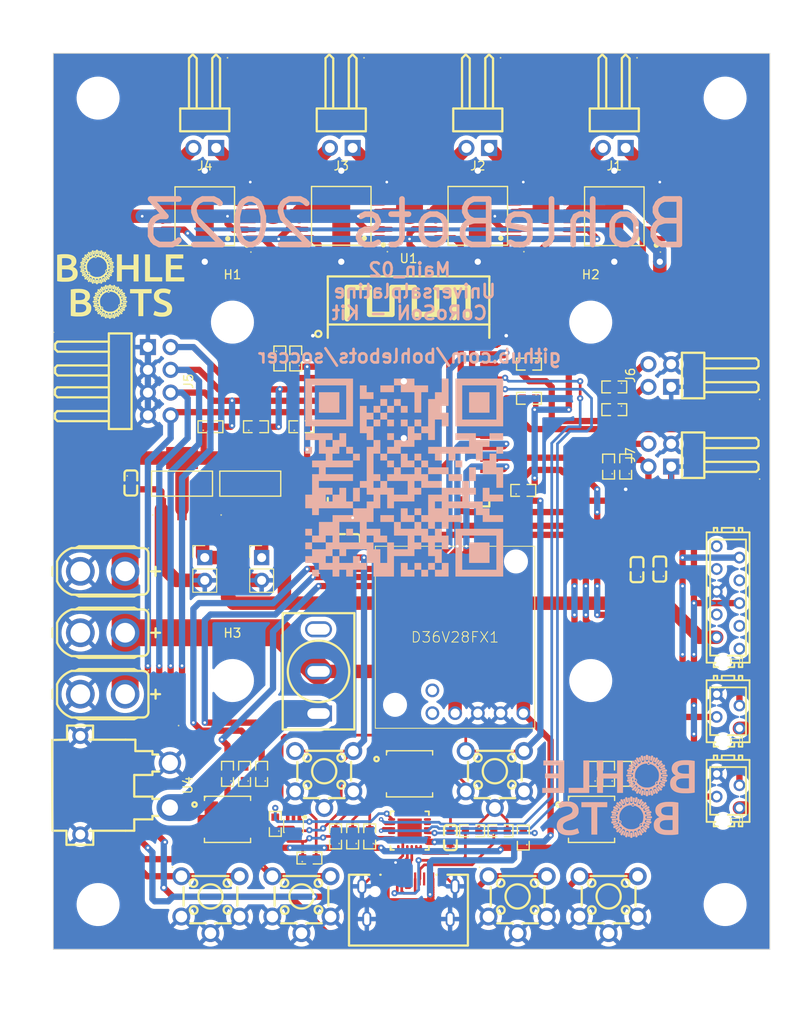
<source format=kicad_pcb>
(kicad_pcb (version 20221018) (generator pcbnew)
  (layers (0 "F.Cu" signal) (31 "B.Cu" signal) (34 "B.Paste" user) (35 "F.Paste" user) (36 "B.SilkS" user "B.Silkscreen") (37 "F.SilkS" user "F.Silkscreen") (38 "B.Mask" user) (39 "F.Mask" user) (44 "Edge.Cuts" user))
  (net 0 "")
  (net 1 "+3.3V")
  (net 2 "Data")
  (net 3 "Clock")
  (net 4 "GND")
  (net 5 "RX")
  (net 6 "TX")
  (net 7 "Boot")
  (net 8 "DIR2")
  (net 10 "Net-(IFX2-OUT1)")
  (net 11 "Net-(IFX2-OUT2)")
  (net 12 "EN")
  (net 13 "PWM2")
  (net 14 "DIR3")
  (net 15 "Net-(LED1-+-Pad1)")
  (net 16 "Net-(LED1-+-Pad2)")
  (net 17 "Net-(LED1-+-Pad3)")
  (net 26 "led1b")
  (net 27 "VBUS")
  (net 28 "USB_P")
  (net 29 "USB_N")
  (net 30 "DTR")
  (net 31 "RTS")
  (net 32 "RXLED")
  (net 33 "TXLED")
  (net 34 "+BATT")
  (net 35 "DIR1")
  (net 37 "Net-(IFX1-OUT1)")
  (net 38 "Net-(IFX1-OUT2)")
  (net 39 "DIS")
  (net 40 "PWM1")
  (net 41 "Net-(U10-VDD)")
  (net 43 "Net-(U10-RSTb)")
  (net 46 "Net-(U8-CC1)")
  (net 47 "Net-(U8-CC2)")
  (net 50 "Net-(R1-Pad1)")
  (net 51 "Net-(R4-Pad2)")
  (net 52 "unconnected-(U10-RI{slash}CLK-Pad1)")
  (net 67 "Net-(IFX3-OUT1)")
  (net 68 "Net-(IFX3-OUT2)")
  (net 69 "PWM3")
  (net 70 "DIR4")
  (net 72 "Net-(IFX4-OUT1)")
  (net 73 "Net-(IFX4-OUT2)")
  (net 74 "PWM4")
  (net 75 "/a1")
  (net 76 "/a2")
  (net 77 "/a3")
  (net 78 "/a4")
  (net 79 "out1")
  (net 80 "out2")
  (net 81 "/pled1")
  (net 82 "/pled2")
  (net 83 "led1r")
  (net 84 "led1g")
  (net 85 "Net-(LED2---Pad4)")
  (net 86 "Net-(LED2---Pad5)")
  (net 87 "Net-(LED2---Pad6)")
  (net 88 "led2b")
  (net 89 "led2r")
  (net 90 "led2g")
  (net 92 "Net-(U2-Pad1)")
  (net 93 "Net-(LED3---Pad4)")
  (net 94 "Net-(LED3---Pad5)")
  (net 95 "Net-(LED3---Pad6)")
  (footprint "footprint:R0603" (layer "F.Cu") (at 85.09 105.41 90)
    (fp_text reference "R26" hide)
    (fp_text value "SMD-470R" hide)
  )
  (footprint "footprint:USB-C-SMD_GT-USB-7043" (layer "F.Cu") (at 64.649975 119.38)
    (fp_text reference "U8" hide)
    (fp_text value "GT-USB-7043" hide)
  )
  (footprint "footprint:SW-TH_5P-L6.0-W6.0-P4.50-LS6.5" (layer "F.Cu") (at 86.995 120.015)
    (fp_text reference "U5" hide)
    (fp_text value "SMD-PUSH-BTN" hide)
  )
  (footprint "BohleBots:MICROMATCH-4" (layer "F.Cu") (at 99.06 106.68 -90)
    (fp_text reference "X3" hide)
    (fp_text value "MICROMATCH-4" hide)
  )
  (footprint "footprint:R0603" (layer "F.Cu") (at 42.545 66.675)
    (fp_text reference "R7" hide)
    (fp_text value "SMD-10K" hide)
  )
  (footprint "footprint:SOT-363_L2.0-W1.3-P0.65-LS2.1-BR" (layer "F.Cu") (at 51.816 111.252 90)
    (fp_text reference "U12" hide)
    (fp_text value "LMBT3904DW1T1G" hide)
  )
  (footprint "footprint:SO-12_L6.4-W7.5-P1.00-LS10.3-BL-EP" (layer "F.Cu") (at 72.39 43.14 90)
    (fp_text reference "IFX2" hide)
    (fp_text value "IFX9201SGAUMA1" hide)
  )
  (footprint "BohleBots:MICROMATCH-10" (layer "F.Cu") (at 99.06 86.36 -90)
    (fp_text reference "X2" hide)
    (fp_text value "~" hide)
  )
  (footprint "footprint:HDR-TH_2P-P2.54-H-M-W10.4" (layer "F.Cu") (at 72.389997 35.56 180)
    (fp_text reference "J2")
    (fp_text value "Pinhead_01x02_horizontal")
  )
  (footprint "footprint:SW-TH_5P-L6.0-W6.0-P4.50-LS6.5" (layer "F.Cu") (at 55.245 106.045)
    (fp_text reference "U15" hide)
    (fp_text value "SMD-PUSH-BTN" hide)
  )
  (footprint "footprint:R0603" (layer "F.Cu") (at 53.594 114.808)
    (fp_text reference "R4" hide)
    (fp_text value "SMD-10K" hide)
  )
  (footprint "footprint:SOT-223_L6.5-W3.5-P2.30-LS7.0-BR" (layer "F.Cu") (at 39.37 73.025 -90)
    (fp_text reference "U11" hide)
    (fp_text value "LM1117IMPX-3_3_NOPB" hide)
  )
  (footprint "footprint:R0603" (layer "F.Cu") (at 60.325 112.395 90)
    (fp_text reference "R23" hide)
    (fp_text value "SMD-470R" hide)
  )
  (footprint "footprint:HDR-TH_2P-P2.54-H-M-W10.4" (layer "F.Cu") (at 41.909997 35.56 180)
    (fp_text reference "J4")
    (fp_text value "Pinhead_01x02_horizontal")
  )
  (footprint "footprint:R0603" (layer "F.Cu") (at 52.705 66.675)
    (fp_text reference "R10" hide)
    (fp_text value "SMD-10K" hide)
  )
  (footprint "footprint:R0603" (layer "F.Cu") (at 71.755 111.76 180)
    (fp_text reference "R12" hide)
    (fp_text value "SMD-5K1" hide)
  )
  (footprint "footprint:CONN-TH_XT30UPB-F" (layer "F.Cu") (at 30.52 82.81195 180)
    (fp_text reference "CN1" hide)
    (fp_text value "XT30UPB-F" hide)
  )
  (footprint "footprint:R0603" (layer "F.Cu") (at 74.93 111.76)
    (fp_text reference "R13" hide)
    (fp_text value "SMD-5K1" hide)
  )
  (footprint "MountingHole:MountingHole_4.3mm_M4" (layer "F.Cu") (at 30 120)
    (fp_text reference "H6" hide)
    (fp_text value "MountingHole" hide)
  )
  (footprint "footprint:SW-TH_5P-L6.0-W6.0-P4.50-LS6.5" (layer "F.Cu") (at 42.545 120.015)
    (fp_text reference "U9" hide)
    (fp_text value "SMD-PUSH-BTN" hide)
  )
  (footprint "footprint:R0603" (layer "F.Cu") (at 88.9 105.41 90)
    (fp_text reference "R25" hide)
    (fp_text value "SMD-470R" hide)
  )
  (footprint "footprint:C0603" (layer "F.Cu") (at 90.17 82.615025 90)
    (fp_text reference "C6" hide)
    (fp_text value "SMD-100nF" hide)
  )
  (footprint "footprint:R0603" (layer "F.Cu") (at 52.07 59.055 90)
    (fp_text reference "R11" hide)
    (fp_text value "SMD-10K" hide)
  )
  (footprint "footprint:R0603" (layer "F.Cu") (at 49.784 110.998 90)
    (fp_text reference "R1" hide)
    (fp_text value "SMD-10K" hide)
  )
  (footprint "footprint:R0603" (layer "F.Cu") (at 87.63 64.77 180)
    (fp_text reference "R18" hide)
    (fp_text value "SMD-100R" hide)
  )
  (footprint "footprint:CONN-TH_XT30PW-M" (layer "F.Cu") (at 33.02 106.68 -90)
    (fp_text reference "U4")
    (fp_text value "XT30_horizontal" hide)
  )
  (footprint "footprint:R0603" (layer "F.Cu") (at 46.355 105.41 90)
    (fp_text reference "R16" hide)
    (fp_text value "SMD-470R" hide)
  )
  (footprint "MountingHole:MountingHole_4.3mm_M4" (layer "F.Cu") (at 85 55)
    (fp_text reference "H2")
    (fp_text value "MountingHole" hide)
  )
  (footprint "footprint:SO-12_L6.4-W7.5-P1.00-LS10.3-BL-EP" (layer "F.Cu") (at 41.91 43.179873 90)
    (fp_text reference "IFX4" hide)
    (fp_text value "IFX9201SGAUMA1" hide)
  )
  (footprint "footprint:R0603" (layer "F.Cu") (at 77.47 73.778366)
    (fp_text reference "R9" hide)
    (fp_text value "SMD-10K" hide)
  )
  (footprint "BohleBots:MICROMATCH-4" (layer "F.Cu") (at 99.06 97.79 -90)
    (fp_text reference "X1" hide)
    (fp_text value "~" hide)
  )
  (footprint "BohleBots:D36V28FX" (layer "F.Cu") (at 67.32 96.1)
    (fp_text reference "D36V28FX1")
    (fp_text value "5V")
  )
  (footprint "footprint:SW-TH_MT-0-103-A101-M200-RS" (layer "F.Cu") (at 54.61 93.98 90)
    (fp_text reference "U2" hide)
    (fp_text value "Switch" hide)
  )
  (footprint "footprint:R0603" (layer "F.Cu") (at 47.625 66.675)
    (fp_text reference "R6" hide)
    (fp_text value "SMD-10K" hide)
  )
  (footprint "Connector_PinHeader_2.54mm:PinHeader_1x02_P2.54mm_Vertical" (layer "F.Cu") (at 41.91 81.275)
    (fp_text reference "J9" hide)
    (fp_text value "Conn_01x02_Pin" hide)
  )
  (footprint "MountingHole:MountingHole_4.3mm_M4" (layer "F.Cu") (at 45 95)
    (fp_text reference "H3")
    (fp_text value "MountingHole" hide)
  )
  (footprint "footprint:SO-12_L6.4-W7.5-P1.00-LS10.3-BL-EP" (layer "F.Cu") (at 57.15 43.14 90)
    (fp_text reference "IFX3" hide)
    (fp_text value "IFX9201SGAUMA1" hide)
  )
  (footprint "footprint:R0603" (layer "F.Cu") (at 50.292 59.055 -90)
    (fp_text reference "R5" hide)
    (fp_text value "SMD-10K" hide)
  )
  (footprint "Connector_PinHeader_2.54mm:PinHeader_1x02_P2.54mm_Vertical" (layer "F.Cu") (at 48.26 81.275)
    (fp_text reference "J8" hide)
    (fp_text value "Conn_01x02_Pin" hide)
  )
  (footprint "footprint:SW-TH_5P-L6.0-W6.0-P4.50-LS6.5" (layer "F.Cu") (at 74.295 106.045006)
    (fp_text reference "U14" hide)
    (fp_text value "SMD-PUSH-BTN" hide)
  )
  (footprint "footprint:WIFIM-SMD_ESP32-WROOM-32-N4" (layer "F.Cu") (at 64.660025 66.43477)
    (fp_text reference "U1")
    (fp_text value "ESP32-WROOM-32" hide)
  )
  (footprint "footprint:R0603" (layer "F.Cu") (at 56.515 112.395 90)
    (fp_text reference "R21" hide)
    (fp_text value "SMD-470R" hide)
  )
  (footprint "footprint:CONN-TH_XT30UPB-F" (layer "F.Cu") (at 30.52 89.665975 180)
    (fp_text reference "CN2" hide)
    (fp_text value "XT30UPB-F" hide)
  )
  (footprint "footprint:logo_klein" (layer "F.Cu") (at 32.385 50.8)
    (fp_text reference "G***" hide)
    (fp_text value "LOGO" hide)
  )
  (footprint "footprint:HDR-TH_2P-P2.54-H-M-W10.4" (layer "F.Cu") (at 57.149997 35.56 180)
    (fp_text reference "J3")
    (fp_text value "Pinhead_01x02_horizontal")
  )
  (footprint "footprint:R0603" (layer "F.Cu") (at 77.47 112.522 90)
    (fp_text reference "R8" hide)
    (fp_text value "SMD-1K" hide)
  )
  (footprint "footprint:R0603" (layer "F.Cu") (at 48.26 105.41 90)
    (fp_text reference "R17" hide)
    (fp_text value "SMD-470R" hide)
  )
  (footprint "footprint:QFN-24_L4.0-W4.0-P0.50-TL-EP2.6" (layer "F.Cu") (at 64.770127 111.747427 90)
    (fp_text reference "U10" hide)
    (fp_text value "CP2102N-A02-GQFN24R" hide)
  )
  (footprint "MountingHole:MountingHole_4.3mm_M4" (layer "F.Cu") (at 100 30)
    (fp_text reference "H7" hide)
    (fp_text value "MountingHole" hide)
  )
  (footprint "footprint:SOT-223_L6.5-W3.5-P2.30-LS7.0-BR" (layer "F.Cu") (at 46.99 73.025 -90)
    (fp_text reference "U3" hide)
    (fp_text value "LM1117IMPX-3_3_NOPB" hide)
  )
  (footprint "footprint:C0603" (layer "F.Cu") (at 33.655 72.959975 -90)
    (fp_text reference "C4" hide)
    (fp_text value "SMD-100nF" hide)
  )
  (footprint "footprint:R0603" (layer "F.Cu") (at 87.63 62.23 180)
    (fp_text reference "R19" hide)
    (fp_text value "SMD-100R" hide)
  )
  (footprint "footprint:LED-SMD_6P-L5.0-W5.0-TL_TC5050RGBF08" (layer "F.Cu") (at 85.09 110.49)
    (fp_text reference "LED3" hide)
    (fp_text value "SMD-RGB-LED" hide)
  )
  (footprint "footprint:C0603" (layer "F.Cu") (at 69.342 112.522 90)
    (fp_text reference "C7" hide)
    (fp_text value "SMD-100nF" hide)
  )
  (footprint "footprint:HDR-TH_8P-P2.54-H-M-R2-C4-S2.54" (layer "F.Cu") (at 36.830003 61.595003 -90)
    (fp_text reference "J5")
    (fp_text value "Conn_02x04_Row_Letter_First" hide)
  )
  (footprint "MountingHole:MountingHole_4.3mm_M4" (layer "F.Cu") (at 100 120)
    (fp_text reference "H5" hide)
    (fp_text value "MountingHole" hide)
  )
  (footprint "footprint:CONN-TH_XT30UPB-F" (layer "F.Cu") (at 30.52 96.52 180)
    (fp_text reference "CN3" hide)
    (fp_text value "XT30UPB-F" hide)
  )
  (footprint "footprint:SW-TH_5P-L6.0-W6.0-P4.50-LS6.5" (layer "F.Cu") (at 52.705 120.015)
    (fp_text reference "U7" hide)
    (fp_text value "SMD-PUSH-BTN" hide)
  )
  (footprint "footprint:SW-TH_5P-L6.0-W6.0-P4.50-LS6.5" (layer "F.Cu") (at 76.835 120.015)
    (fp_text reference "U6" hide)
    (fp_text value "SMD-PUSH-BTN" hide)
  )
  (footprint "footprint:HDR-TH_2P-P2.54-H-M-W10.4" (layer "F.Cu") (at 87.629997 35.56 180)
    (fp_text reference "J1")
    (fp_text value "Pinhead_01x02_horizontal")
  )
  (footprint "MountingHole:MountingHole_4.3mm_M4" (layer "F.Cu") (at 85 95)
    (fp_text reference "H4" hide)
    (fp_text value "MountingHole" hide)
  )
  (footprint "footprint:C0603" (layer "F.Cu") (at 57.850025 79.375)
    (fp_text reference "C5" hide)
    (fp_text value "SMD-1uF" hide)
  )
  (footprint "footprint:R0603" (layer "F.Cu") (at 78.105 59.69 180)
    (fp_text reference "R3" hide)
    (fp_text value "SMD-10K" hide)
  )
  (footprint "footprint:R0603" (layer "F.Cu") (at 58.42 112.395 90)
    (fp_text reference "R22" hide)
    (fp_text value "SMD-470R" hide)
  )
  (footprint "footprint:LED-SMD_6P-L5.0-W5.0-TL_TC5050RGBF08" (layer "F.Cu") (at 64.77 105.41)
    (fp_text reference "LED1" hide)
    (fp_text value "SMD-RGB-LED" hide)
  )
  (footprint "footprint:HDR-TH_4P-P2.54-H-M-R2-C2-S2.54-W12.3-N" (layer "F.Cu") (at 92.709997 69.85 90)
    (fp_text reference "J7")
    (fp_text value "Conn_02x02_Row_Letter_First")
  )
  (footprint "footprint:R0603" (layer "F.Cu") (at 88.9 71.12 90)
    (fp_text reference "R15" hide)
    (fp_text value "SMD-10K" hide)
  )
  (footprint "footprint:C0603" (layer "F.Cu") (at 92.71 82.55 90)
    (fp_text reference "C3" hide)
    (fp_text value "SMD-1uF" hide)
  )
  (footprint "MountingHole:MountingHole_4.3mm_M4" (layer "F.Cu") (at 30 30)
    (fp_text reference "H8" hide)
    (fp_text value "MountingHole" hide)
  )
  (footprint "footprint:HDR-TH_4P-P2.54-H-M-R2-C2-S2.54-W12.3-N" (layer "F.Cu") (at 92.709997 60.96 90)
    (fp_text reference "J6")
    (fp_text value "Conn_02x02_Row_Letter_First")
  )
  (footprint "footprint:LED-SMD_6P-L5.0-W5.0-TL_TC5050RGBF08" (layer "F.Cu") (at 44.45 110.49)
    (fp_text reference "LED2" hide)
    (fp_text value "SMD-RGB-LED" hide)
  )
  (footprint "footprint:R0603" (layer "F.Cu") (at 44.45 105.41 90)
    (fp_text reference "R20" hide)
    (fp_text value "SMD-470R" hide)
  )
  (footprint "MountingHole:MountingHole_4.3mm_M4" (layer "F.Cu") (at 45 55)
    (fp_text reference "H1")
    (fp_text value "MountingHole" hide)
  )
  (footprint "footprint:SO-12_L6.4-W7.5-P1.00-LS10.3-BL-EP" (layer "F.Cu") (at 87.63 43.18 90)
    (fp_text reference "IFX1" hide)
    (fp_text value "IFX9201SGAUMA1" hide)
  )
  (footprint "footprint:R0603" (layer "F.Cu") (at 86.995 105.41 90)
    (fp_text reference "R24" hide)
    (fp_text value "SMD-470R" hide)
  )
  (footprint "footprint:R0603" (layer "F.Cu") (at 78.105 63.5 180)
    (fp_text reference "R2" hide)
    (fp_text value "SMD-10K" hide)
  )
  (footprint "footprint:R0603" (layer "F.Cu") (at 86.995 71.12 90)
    (fp_text reference "R14" hide)
    (fp_text value "SMD-10K" hide)
  )
  (footprint "footprint:logo" (layer "B.Cu") (at 88.265 107.95 180)
    (fp_text reference "G***" hide)
    (fp_text value "LOGO" hide)
  )
  (footprint "footprint:github" (layer "B.Cu") (at 64.135 72.39 180)
    (fp_text reference "G***" hide)
    (fp_text value "LOGO" hide)
  )
  (gr_line (start 105 25) (end 105 125) (stroke (width 0.1)) (layer "Edge.Cuts"))
  (gr_line (start 25 125) (end 25 25) (stroke (width 0.1)) (layer "Edge.Cuts"))
  (gr_line (start 25 25) (end 105 25) (stroke (width 0.1)) (layer "Edge.Cuts"))
  (gr_line (start 105 125) (end 25 125) (stroke (width 0.1)) (layer "Edge.Cuts"))
  (gr_text "BohleBots 2023" (at 96.52 46.99) (layer "B.SilkS") (effects (font (size 5.08 5.08) (thickness 0.635) bold) (justify left bottom mirror)))
  (gr_text "Main_02\nUniversalplatine \nCoRoSoN - Kit\n\ngithub.com/bohlebots/soccer\n" (at 64.77 59.69) (layer "B.SilkS") (effects (font (size 1.5 1.5) (thickness 0.3) bold) (justify bottom mirror)))
  (segment (start 101.6 100.33) (end 103.505 100.33) (width 1.5) (layer "F.Cu") (net 1))
  (segment (start 42.545 113.665) (end 42.242482 113.362482) (width 0.7) (layer "F.Cu") (net 1))
  (segment (start 61.595 113.665) (end 55.245 113.665) (width 0.7) (layer "F.Cu") (net 1))
  (segment (start 82.882482 113.362482) (end 83.185 113.665) (width 0.7) (layer "F.Cu") (net 1))
  (segment (start 46.99 75.882506) (end 46.99 70.167494) (width 1.5) (layer "F.Cu") (net 1))
  (segment (start 49.59 50.86) (end 32.445 50.86) (width 1.5) (layer "F.Cu") (net 1))
  (segment (start 82.55 60.325) (end 86.995 60.325) (width 0.7) (layer "F.Cu") (net 1))
  (segment (start 59.055 43.815) (end 59.88 44.64) (width 0.7) (layer "F.Cu") (net 1))
  (segment (start 78.858366 63.5) (end 78.858366 64.651634) (width 0.6) (layer "F.Cu") (net 1))
  (segment (start 46.99 77.47) (end 48.26 78.74) (width 1.5) (layer "F.Cu") (net 1))
  (segment (start 32.445 50.86) (end 32.385 50.8) (width 1.5) (layer "F.Cu") (net 1))
  (segment (start 83.185 113.665) (end 87.63 113.665) (width 0.7) (layer "F.Cu") (net 1))
  (segment (start 44.45 43.18) (end 44.45 44.006822) (width 0.7) (layer "F.Cu") (net 1))
  (segment (start 33.655 72.25995) (end 33.655 70.802494) (width 0.7) (layer "F.Cu") (net 1))
  (segment (start 32.385 50.8) (end 32.385 44.45) (width 1.5) (layer "F.Cu") (net 1))
  (segment (start 101.6 109.22) (end 102.87 109.22) (width 1.5) (layer "F.Cu") (net 1))
  (segment (start 59.88 44.64) (end 61.850025 44.64) (width 0.7) (layer "F.Cu") (net 1))
  (segment (start 51.752506 70.167494) (end 46.99 70.167494) (width 0.7) (layer "F.Cu") (net 1))
  (segment (start 92.71 48.26) (end 92.71 55.245) (width 1.5) (layer "F.Cu") (net 1))
  (segment (start 103.505 113.03) (end 103.505 108.585) (width 1.5) (layer "F.Cu") (net 1))
  (segment (start 33.337494 70.167494) (end 32.385 69.215) (width 1.5) (layer "F.Cu") (net 1))
  (segment (start 50.292 51.562) (end 50.292 56.896) (width 1.5) (layer "F.Cu") (net 1))
  (segment (start 51.951634 66.675) (end 51.951634 69.968366) (width 0.7) (layer "F.Cu") (net 1))
  (segment (start 82.882482 110.49) (end 82.882482 111.990127) (width 0.7) (layer "F.Cu") (net 1))
  (segment (start 41.791634 66.675) (end 41.791634 70.049128) (width 0.7) (layer "F.Cu") (net 1))
  (segment (start 34.29 70.167494) (end 33.337494 70.167494) (width 1.5) (layer "F.Cu") (net 1))
  (segment (start 39.37 70.167494) (end 34.29 70.167494) (width 1.5) (layer "F.Cu") (net 1))
  (segment (start 88.265 59.69) (end 87.63 60.325) (width 1.5) (layer "F.Cu") (net 1))
  (segment (start 55.66 58.699642) (end 53.873642 58.699642) (width 0.7) (layer "F.Cu") (net 1))
  (segment (start 51.435 113.665) (end 42.545 113.665) (width 0.7) (layer "F.Cu") (net 1))
  (segment (start 86.876634 62.23) (end 86.876634 60.443366) (width 0.7) (layer "F.Cu") (net 1))
  (segment (start 74.295 43.815) (end 75.12 44.64) (width 0.7) (layer "F.Cu") (net 1))
  (segment (start 45.123051 44.679873) (end 46.610025 44.679873) (width 0.7) (layer "F.Cu") (net 1))
  (segment (start 32.385 44.45) (end 33.655 43.18) (width 1.5) (layer "F.Cu") (net 1))
  (segment (start 78.74 72.39) (end 78.74 73.261732) (width 0.7) (layer "F.Cu") (net 1))
  (segment (start 33.655 70.802494) (end 34.29 70.167494) (width 0.7) (layer "F.Cu") (net 1))
  (segment (start 74.93 113.8645) (end 75.1295 113.665) (width 0.7) (layer "F.Cu") (net 1))
  (segment (start 92.330025 44.68) (end 90.4 44.68) (width 0.7) (layer "F.Cu") (net 1))
  (segment (start 46.99 70.167494) (end 41.91 70.167494) (width 1.5) (layer "F.Cu") (net 1))
  (segment (start 39.37 75.882506) (end 39.37 70.167494) (width 1.5) (layer "F.Cu") (net 1))
  (segment (start 81.915 59.69) (end 82.55 60.325) (width 0.7) (layer "F.Cu") (net 1))
  (segment (start 87.63 113.665) (end 102.87 113.665) (width 0.7) (layer "F.Cu") (net 1))
  (segment (start 103.505 55.88) (end 102.87 55.245) (width 1.5) (layer "F.Cu") (net 1))
  (segment (start 41.791634 70.049128) (end 41.91 70.167494) (width 0.7) (layer "F.Cu") (net 1))
  (segment (start 59.055 43.18) (end 59.055 43.815) (width 0.7) (layer "F.Cu") (net 1))
  (segment (start 51.951634 69.968366) (end 51.752506 70.167494) (width 0.7) (layer "F.Cu") (net 1))
  (segment (start 42.242482 113.362482) (end 42.242482 111.990127) (width 0.7) (layer "F.Cu") (net 1))
  (segment (start 48.26 78.74) (end 48.26 81.275) (width 1.5) (layer "F.Cu") (net 1))
  (segment (start 78.858366 64.651634) (end 78.74 64.77) (width 0.7) (layer "F.Cu") (net 1))
  (segment (start 32.385 69.215) (end 32.385 50.8) (width 1.5) (layer "F.Cu") (net 1))
  (segment (start 82.882482 108.989873) (end 82.882482 110.49) (width 0.7) (layer "F.Cu") (net 1))
  (segment (start 102.87 55.245) (end 92.71 55.245) (width 1.5) (layer "F.Cu") (net 1))
  (segment (start 74.295 43.18) (end 74.295 43.815) (width 0.7) (layer "F.Cu") (net 1))
  (segment (start 103.505 100.33) (end 103.505 55.88) (width 1.5) (layer "F.Cu") (net 1))
  (segment (start 75.1295 113.665) (end 83.185 113.665) (width 0.7) (layer "F.Cu") (net 1))
  (segment (start 33.655 43.18) (end 34.925 43.18) (width 1.5) (layer "F.Cu") (net 1))
  (segment (start 44.45 44.006822) (end 45.123051 44.679873) (width 0.7) (layer "F.Cu") (net 1))
  (segment (start 90.4 44.68) (end 90.17 44.45) (width 0.7) (layer "F.Cu") (net 1))
  (segment (start 46.871634 70.049128) (end 46.99 70.167494) (width 0.7) (layer "F.Cu") (net 1))
  (segment (start 82.882482 111.990127) (end 82.882482 113.362482) (width 0.7) (layer "F.Cu") (net 1))
  (segment (start 52.07 58.301634) (end 50.292 58.301634) (width 0.7) (layer "F.Cu") (net 1))
  (segment (start 42.242482 108.989873) (end 42.242482 110.49) (width 0.7) (layer "F.Cu") (net 1))
  (segment (start 103.505 108.585) (end 103.505 100.33) (width 1.5) (layer "F.Cu") (net 1))
  (segment (start 102.87 113.665) (end 103.505 113.03) (width 0.7) (layer "F.Cu") (net 1))
  (segment (start 53.475634 58.301634) (end 52.07 58.301634) (width 0.7) (layer "F.Cu") (net 1))
  (segment (start 41.91 70.167494) (end 39.37 70.167494) (width 1.5) (layer "F.Cu") (net 1))
  (segment (start 53.873642 58.699642) (end 53.475634 58.301634) (width 0.7) (layer "F.Cu") (net 1))
  (segment (start 102.87 109.22) (end 103.505 108.585) (width 1.5) (layer "F.Cu") (net 1))
  (segment (start 50.292 56.896) (end 50.292 58.301634) (width 0.7) (layer "F.Cu") (net 1))
  (segment (start 87.63 60.325) (end 86.995 60.325) (width 1.5) (layer "F.Cu") (net 1))
  (segment (start 49.59 50.86) (end 50.292 51.562) (width 1.5) (layer "F.Cu") (net 1))
  (segment (start 46.871634 66.675) (end 46.871634 70.049128) (width 0.7) (layer "F.Cu") (net 1))
  (segment (start 46.99 75.882506) (end 46.99 77.47) (width 1.5) (layer "F.Cu") (net 1))
  (segment (start 86.876634 60.443366) (end 86.995 60.325) (width 0.7) (layer "F.Cu") (net 1))
  (segment (start 86.876634 64.77) (end 86.876634 62.23) (width 0.7) (layer "F.Cu") (net 1))
  (segment (start 92.71 55.245) (end 88.265 59.69) (width 1.5) (layer "F.Cu") (net 1))
  (segment (start 42.242482 110.49) (end 42.242482 111.990127) (width 0.7) (layer "F.Cu") (net 1))
  (segment (start 82.55 64.77) (end 82.55 60.325) (width 0.7) (layer "F.Cu") (net 1))
  (segment (start 78.74 73.261732) (end 78.223366 73.778366) (width 0.7) (layer "F.Cu") (net 1))
  (segment (start 75.12 44.64) (end 77.090025 44.64) (width 0.7) (layer "F.Cu") (net 1))
  (segment (start 78.858366 59.69) (end 81.915 59.69) (width 0.7) (layer "F.Cu") (net 1))
  (via (at 55.245 113.665) (size 0.7) (drill 0.3) (layers "F.Cu" "B.Cu") (net 1))
  (via (at 74.295 43.18) (size 0.7) (drill 0.3) (layers "F.Cu" "B.Cu") (net 1))
  (via (at 92.71 48.26) (size 1.5) (drill 0.7) (layers "F.Cu" "B.Cu") (net 1))
  (via (at 90.17 44.45) (size 0.7) (drill 0.3) (layers "F.Cu" "B.Cu") (net 1))
  (via (at 51.435 113.665) (size 0.7) (drill 0.3) (layers "F.Cu" "B.Cu") (net 1))
  (via (at 61.595 113.665) (size 0.7) (drill 0.3) (layers "F.Cu" "B.Cu") (net 1))
  (via (at 59.055 43.18) (size 0.7) (drill 0.3) (layers "F.Cu" "B.Cu") (net 1))
  (via (at 82.55 64.77) (size 0.7) (drill 0.3) (layers "F.Cu" "B.Cu") (net 1))
  (via (at 74.93 113.8645) (size 0.7) (drill 0.3) (layers "F.Cu" "B.Cu") (net 1))
  (via (at 34.925 43.18) (size 0.7) (drill 0.3) (layers "F.Cu" "B.Cu") (net 1))
  (via (at 78.74 64.77) (size 0.7) (drill 0.3) (layers "F.Cu" "B.Cu") (net 1))
  (via (at 78.74 72.39) (size 0.7) (drill 0.3) (layers "F.Cu" "B.Cu") (net 1))
  (via (at 44.45 43.18) (size 0.7) (drill 0.3) (layers "F.Cu" "B.Cu") (net 1))
  (segment (start 78.74 64.77) (end 82.55 64.77) (width 0.7) (layer "B.Cu") (net 1))
  (segment (start 88.9 43.18) (end 92.71 46.99) (width 1.5) (layer "B.Cu") (net 1))
  (segment (start 92.71 46.99) (end 92.71 48.26) (width 1.5) (layer "B.Cu") (net 1))
  (segment (start 78.74 64.77) (end 78.74 72.39) (width 0.7) (layer "B.Cu") (net 1))
  (segment (start 44.45 43.18) (end 88.9 43.18) (width 1.5) (layer "B.Cu") (net 1))
  (segment (start 74.93 113.8645) (end 74.7485 114.046) (width 0.7) (layer "B.Cu") (net 1))
  (segment (start 88.9 43.18) (end 90.17 44.45) (width 0.7) (layer "B.Cu") (net 1))
  (segment (start 55.245 113.665) (end 51.435 113.665) (width 0.7) (layer "B.Cu") (net 1))
  (segment (start 44.45 43.18) (end 34.925 43.18) (width 1.5) (layer "B.Cu") (net 1))
  (segment (start 61.976 114.046) (end 61.595 113.665) (width 0.7) (layer "B.Cu") (net 1))
  (segment (start 74.7485 114.046) (end 61.976 114.046) (width 0.7) (layer "B.Cu") (net 1))
  (segment (start 75.285348 63.779652) (end 75.565 63.5) (width 0.7) (layer "F.Cu") (net 2))
  (segment (start 77.351634 66.053366) (end 77.351634 63.5) (width 0.7) (layer "F.Cu") (net 2))
  (segment (start 99.06 107.95) (end 95.885 107.95) (width 0.7) (layer "F.Cu") (net 2))
  (segment (start 99.06 99.06) (end 95.25 99.06) (width 0.7) (layer "F.Cu") (net 2))
  (segment (start 95.25 99.06) (end 95.25 92.075) (width 0.7) (layer "F.Cu") (net 2))
  (segment (start 95.885 67.31) (end 95.515 66.94) (width 0.7) (layer "F.Cu") (net 2))
  (segment (start 95.25 107.315) (end 95.25 99.06) (width 0.7) (layer "F.Cu") (net 2))
  (segment (start 95.25 84.455) (end 95.25 76.835) (width 0.7) (layer "F.Cu") (net 2))
  (segment (start 73.66 63.779652) (end 75.285348 63.779652) (width 0.7) (layer "F.Cu") (net 2))
  (segment (start 78.238268 66.94) (end 77.351634 66.053366) (width 0.7) (layer "F.Cu") (net 2))
  (segment (start 95.515 66.94) (end 78.238268 66.94) (width 0.7) (layer "F.Cu") (net 2))
  (segment (start 77.351634 63.5) (end 75.565 63.5) (width 0.7) (layer "F.Cu") (net 2))
  (segment (start 95.885 107.95) (end 95.25 107.315) (width 0.7) (layer "F.Cu") (net 2))
  (segment (start 95.885 76.2) (end 95.885 67.31) (width 0.7) (layer "F.Cu") (net 2))
  (segment (start 95.25 76.835) (end 95.885 76.2) (width 0.7) (layer "F.Cu") (net 2))
  (via (at 95.25 92.075) (size 0.7) (drill 0.3) (layers "F.Cu" "B.Cu") (net 2))
  (via (at 95.25 84.455) (size 0.7) (drill 0.3) (layers "F.Cu" "B.Cu") (net 2))
  (via (at 95.25 81.28) (size 0.7) (drill 0.3) (layers "F.Cu" "B.Cu") (net 2))
  (segment (start 95.25 84.455) (end 95.25 92.075) (width 0.7) (layer "B.Cu") (net 2))
  (segment (start 101.6 81.28) (end 95.25 81.28) (width 0.7) (layer "B.Cu") (net 2))
  (segment (start 101.6 106.68) (end 101.6 104.14) (width 0.7) (layer "F.Cu") (net 3))
  (segment (start 97.155 76.835) (end 97.155 66.675) (width 0.7) (layer "F.Cu") (net 3))
  (segment (start 96.52 103.505) (end 96.52 100.965) (width 0.7) (layer "F.Cu") (net 3))
  (segment (start 96.52 77.47) (end 97.155 76.835) (width 0.7) (layer "F.Cu") (net 3))
  (segment (start 75.285356 59.969644) (end 73.66 59.969644) (width 0.7) (layer "F.Cu") (net 3))
  (segment (start 96.52 86.36) (end 96.52 77.47) (width 0.7) (layer "F.Cu") (net 3))
  (segment (start 101.6 104.14) (end 100.965 103.505) (width 0.7) (layer "F.Cu") (net 3))
  (segment (start 101.6 95.25) (end 100.965 94.615) (width 0.7) (layer "F.Cu") (net 3))
  (segment (start 97.155 66.675) (end 96.52 66.04) (width 0.7) (layer "F.Cu") (net 3))
  (segment (start 80.645 66.04) (end 80.645 62.23) (width 0.7) (layer "F.Cu") (net 3))
  (segment (start 100.965 94.615) (end 96.52 94.615) (width 0.7) (layer "F.Cu") (net 3))
  (segment (start 101.6 97.79) (end 101.6 95.25) (width 0.7) (layer "F.Cu") (net 3))
  (segment (start 96.52 97.79) (end 96.52 94.615) (width 0.7) (layer "F.Cu") (net 3))
  (segment (start 96.52 94.615) (end 96.52 92.075) (width 0.7) (layer "F.Cu") (net 3))
  (segment (start 75.565 59.69) (end 75.285356 59.969644) (width 0.7) (layer "F.Cu") (net 3))
  (segment (start 78.12463 61.595) (end 77.351634 60.822004) (width 0.7) (layer "F.Cu") (net 3))
  (segment (start 96.52 66.04) (end 80.645 66.04) (width 0.7) (layer "F.Cu") (net 3))
  (segment (start 80.645 62.23) (end 80.01 61.595) (width 0.7) (layer "F.Cu") (net 3))
  (segment (start 100.965 103.505) (end 96.52 103.505) (width 0.7) (layer "F.Cu") (net 3))
  (segment (start 77.351634 59.69) (end 75.565 59.69) (width 0.7) (layer "F.Cu") (net 3))
  (segment (start 80.01 61.595) (end 78.12463 61.595) (width 0.7) (layer "F.Cu") (net 3))
  (segment (start 77.351634 60.822004) (end 77.351634 59.69) (width 0.7) (layer "F.Cu") (net 3))
  (segment (start 96.52 86.36) (end 101.6 86.36) (width 0.7) (layer "F.Cu") (net 3))
  (via (at 96.52 97.79) (size 0.7) (drill 0.3) (layers "F.Cu" "B.Cu") (net 3))
  (via (at 96.52 92.075) (size 0.7) (drill 0.3) (layers "F.Cu" "B.Cu") (net 3))
  (via (at 96.52 86.36) (size 0.7) (drill 0.3) (layers "F.Cu" "B.Cu") (net 3))
  (via (at 96.52 100.965) (size 0.7) (drill 0.3) (layers "F.Cu" "B.Cu") (net 3))
  (segment (start 96.52 92.075) (end 96.52 86.36) (width 0.7) (layer "B.Cu") (net 3))
  (segment (start 96.52 100.965) (end 96.52 97.79) (width 0.7) (layer "B.Cu") (net 3))
  (segment (start 72.508366 111.007916) (end 74.29627 109.220012) (width 0.3) (layer "F.Cu") (net 4))
  (segment (start 72.39 43.140127) (end 72.39 48.26) (width 1.5) (layer "F.Cu") (net 4))
  (segment (start 44.690025 78.615005) (end 44.690025 75.882506) (width 1.5) (layer "F.Cu") (net 4))
  (segment (start 60.274943 117.14251) (end 59.44995 117.967503) (width 0.3) (layer "F.Cu") (net 4))
  (segment (start 46.610025 39.749975) (end 46.99 39.37) (width 0.7) (layer "F.Cu") (net 4))
  (segment (start 82.929975 41.68) (end 82.929975 42.68) (width 0.7) (layer "F.Cu") (net 4))
  (segment (start 69.342 111.821975) (end 69.342 109.072937) (width 0.3) (layer "F.Cu") (net 4))
  (segment (start 37.209975 41.679873) (end 37.209975 42.679873) (width 0.7) (layer "F.Cu") (net 4))
  (segment (start 57.15 43.140127) (end 57.15 48.26) (width 1.5) (layer "F.Cu") (net 4))
  (segment (start 93.98 78.74) (end 93.98 71.120003) (width 0.7) (layer "F.Cu") (net 4))
  (segment (start 87.63 43.180127) (end 87.63 38.1) (width 1.5) (layer "F.Cu") (net 4))
  (segment (start 87.129873 42.68) (end 87.63 43.180127) (width 1.5) (layer "F.Cu") (net 4))
  (segment (start 37.070025 73.900025) (end 37.070025 75.882506) (width 0.7) (layer "F.Cu") (net 4))
  (segment (start 75.683366 111.76) (end 75.683366 110.607108) (width 0.3) (layer "F.Cu") (net 4))
  (segment (start 63.98004 61.74996) (end 64.135 61.595) (width 3) (layer "F.Cu") (net 4))
  (segment (start 66.977518 103.909873) (end 68.410017 103.909873) (width 0.3) (layer "F.Cu") (net 4))
  (segment (start 46.15 80.07498) (end 44.690025 78.615005) (width 1.5) (layer "F.Cu") (net 4))
  (segment (start 67.689975 42.64) (end 71.889873 42.64) (width 1.5) (layer "F.Cu") (net 4))
  (segment (start 64.020191 114.541809) (end 63.246 115.316) (width 0.3) (layer "F.Cu") (net 4))
  (segment (start 82.929975 42.68) (end 82.929975 43.68) (width 0.7) (layer "F.Cu") (net 4))
  (segment (start 92.71 81.849975) (end 92.71 80.01) (width 0.7) (layer "F.Cu") (net 4))
  (segment (start 82.929975 42.68) (end 87.129873 42.68) (width 1.5) (layer "F.Cu") (net 4))
  (segment (start 74.650361 57.429639) (end 75.565 56.515) (width 0.7) (layer "F.Cu") (net 4))
  (segment (start 92.644975 81.915) (end 92.71 81.849975) (width 0.7) (layer "F.Cu") (net 4))
  (segment (start 77.090025 40.64) (end 77.090025 39.749975) (width 0.7) (layer "F.Cu") (net 4))
  (segment (start 33.655 73.66) (end 36.83 73.66) (width 0.7) (layer "F.Cu") (net 4))
  (segment (start 73.66 57.429639) (end 74.650361 57.429639) (width 0.7) (layer "F.Cu") (net 4))
  (segment (start 64.020191 112.510063) (end 64.7827 111.747554) (width 0.3) (layer "F.Cu") (net 4))
  (segment (start 68.650102 117.14251) (end 69.025007 117.14251) (width 0.3) (layer "F.Cu") (net 4))
  (segment (start 67.689975 41.64) (end 67.689975 42.64) (width 0.7) (layer "F.Cu") (net 4))
  (segment (start 90.17 81.915) (end 92.644975 81.915) (width 0.7) (layer "F.Cu") (net 4))
  (segment (start 71.045064 106.54492) (end 71.045064 108.004867) (width 0.3) (layer "F.Cu") (net 4))
  (segment (start 52.449975 41.64) (end 52.449975 42.64) (width 0.7) (layer "F.Cu") (net 4))
  (segment (start 60.650102 117.14251) (end 60.274943 117.14251) (width 0.3) (layer "F.Cu") (net 4))
  (segment (start 69.025007 117.14251) (end 69.85 117.967503) (width 0.3) (layer "F.Cu") (net 4))
  (segment (start 55.66 57.429639) (end 54.889639 57.429639) (width 0.7) (layer "F.Cu") (net 4))
  (segment (start 61.149975 117.14251) (end 60.650102 117.14251) (width 0.3) (layer "F.Cu") (net 4))
  (segment (start 72.39 43.140127) (end 72.39 38.1) (width 1.5) (layer "F.Cu") (net 4))
  (segment (start 48.26 83.815) (end 46.995 83.815) (width 1.5) (layer "F.Cu") (net 4))
  (segment (start 69.342 109.072937) (end 71.045064 107.369873) (width 0.3) (layer "F.Cu") (net 4))
  (segment (start 37.070025 82.155025) (end 37.070025 75.882506) (width 1.5) (layer "F.Cu") (net 4))
  (segment (start 46.610025 40.679873) (end 46.610025 39.749975) (width 0.7) (layer "F.Cu") (net 4))
  (segment (start 61.850025 39.749975) (end 62.23 39.37) (width 0.7) (layer "F.Cu") (net 4))
  (segment (start 72.508366 111.76) (end 72.508366 111.007916) (width 0.3) (layer "F.Cu") (net 4))
  (segment (start 57.15 43.140127) (end 57.15 38.1) (width 1.5) (layer "F.Cu") (net 4))
  (segment (start 36.83 73.66) (end 37.070025 73.900025) (width 0.7) (layer "F.Cu") (net 4))
  (segment (start 58.944988 75.439799) (end 58.944988 76.310012) (width 0.7) (layer "F.Cu") (net 4))
  (segment (start 68.149975 117.14251) (end 68.650102 117.14251) (width 0.3) (layer "F.Cu") (net 4))
  (segment (start 52.449975 42.64) (end 56.649873 42.64) (width 1.5) (layer "F.Cu") (net 4))
  (segment (start 86.995 71.873366) (end 88.9 71.873366) (width 0.7) (layer "F.Cu") (net 4))
  (segment (start 63.246 115.316) (end 63.240037 115.310037) (width 0.3) (layer "F.Cu") (net 4))
  (segment (start 63.240037 115.310037) (end 63.209878 115.310037) (width 0.3) (layer "F.Cu") (net 4))
  (segment (start 41.91 83.815) (end 38.74 83.815) (width 1.5) (layer "F.Cu") (net 4))
  (segment (start 77.090025 39.749975) (end 77.47 39.37) (width 0.7) (layer "F.Cu") (net 4))
  (segment (start 52.449975 42.64) (end 52.449975 43.64) (width 0.7) (layer "F.Cu") (net 4))
  (segment (start 46.99 83.82) (end 46.15 82.98) (width 1.5) (layer "F.Cu") (net 4))
  (segment (start 58.55005 79.375) (end 58.55005 76.96505) (width 0.7) (layer "F.Cu") (net 4))
  (segment (start 64.020191 113.7473) (end 64.020191 112.510063) (width 0.3) (layer "F.Cu") (net 4))
  (segment (start 67.689975 42.64) (end 67.689975 43.64) (width 0.7) (layer "F.Cu") (net 4))
  (segment (start 46.15 82.98) (end 46.15 80.07498) (width 1.5) (layer "F.Cu") (net 4))
  (segment (start 41.91 43.18) (end 41.91 38.1) (width 1.5) (layer "F.Cu") (net 4))
  (segment (start 87.63 43.180127) (end 87.63 48.26) (width 1.5) (layer "F.Cu") (net 4))
  (segment (start 41.409873 42.679873) (end 41.91 43.18) (width 1.5) (layer "F.Cu") (net 4))
  (segment (start 37.209975 42.679873) (end 41.409873 42.679873) (width 1.5) (layer "F.Cu") (net 4))
  (segment (start 64.020191 113.7473) (end 64.020191 114.541809) (width 0.3) (layer "F.Cu") (net 4))
  (segment (start 75.683366 110.607108) (end 74.29627 109.220012) (width 0.3) (layer "F.Cu") (net 4))
  (segment (start 63.98004 64.77) (end 63.98004 67.79004) (width 3) (layer "F.Cu") (net 4))
  (segment (start 38.74 83.815) (end 38.735 83.82) (width 1.5) (layer "F.Cu") (net 4))
  (segment (start 38.735 83.82) (end 37.070025 82.155025) (width 1.5) (layer "F.Cu") (net 4))
  (segment (start 61.850025 40.64) (end 61.850025 39.749975) (width 0.7) (layer "F.Cu") (net 4))
  (segment (start 71.889873 42.64) (end 72.39 43.140127) (width 0.7) (layer "F.Cu") (net 4))
  (segment (start 56.649873 42.64) (end 57.15 43.140127) (width 1.5) (layer "F.Cu") (net 4))
  (segment (start 58.55005 76.96505) (end 58.42 76.835) (width 0.7) (layer "F.Cu") (net 4))
  (segment (start 54.889639 57.429639) (end 53.975 56.515) (width 0.7) (layer "F.Cu") (net 4))
  (segment (start 46.995 83.815) (end 46.99 83.82) (width 1.5) (layer "F.Cu") (net 4))
  (segment (start 41.91 43.18) (end 41.91 48.26) (width 1.5) (layer "F.Cu") (net 4))
  (segment (start 63.98004 67.79004) (end 64.135 67.945) (width 3) (layer "F.Cu") (net 4))
  (segment (start 37.209975 42.679873) (end 37.209975 43.679873) (width 0.7) (layer "F.Cu") (net 4))
  (segment (start 64.007491 110.997491) (end 64.77 111.76) (width 0.3) (layer "F.Cu") (net 4))
  (segment (start 63.98004 64.77) (end 63.98004 61.74996) (width 3) (layer "F.Cu") (net 4))
  (segment (start 92.71 80.01) (end 93.98 78.74) (width 0.7) (layer "F.Cu") (net 4))
  (segment (start 92.330025 39.749975) (end 92.71 39.37) (width 0.7) (layer "F.Cu") (net 4))
  (segment (start 68.410017 103.909873) (end 71.045064 106.54492) (width 0.3) (layer "F.Cu") (net 4))
  (segment (start 58.944988 76.310012) (end 58.42 76.835) (width 0.7) (layer "F.Cu") (net 4))
  (segment (start 92.330025 40.68) (end 92.330025 39.749975) (width 0.7) (layer "F.Cu") (net 4))
  (segment (start 88.9 71.873366) (end 88.9 73.66) (width 0.7) (layer "F.Cu") (net 4))
  (via (at 41.91 38.1) (size 1.5) (drill 0.7) (layers "F.Cu" "B.Cu") (net 4))
  (via (at 57.15 48.26) (size 1.5) (drill 0.7) (layers "F.Cu" "B.Cu") (net 4))
  (via (at 57.15 38.1) (size 1.5) (drill 0.7) (layers "F.Cu" "B.Cu") (net 4))
  (via (at 64.135 61.595) (size 1.5) (drill 0.7) (layers "F.Cu" "B.Cu") (net 4))
  (via (at 53.975 56.515) (size 0.8) (drill 0.4) (layers "F.Cu" "B.Cu") (net 4))
  (via (at 87.63 48.26) (size 1.5) (drill 0.7) (layers "F.Cu" "B.Cu") (net 4))
  (via (at 41.91 48.26) (size 1.5) (drill 0.7) (layers "F.Cu" "B.Cu") (net 4))
  (via (at 72.39 38.1) (size 1.5) (drill 0.7) (layers "F.Cu" "B.Cu") (net 4))
  (via (at 62.23 39.37) (size 0.7) (drill 0.3) (layers "F.Cu" "B.Cu") (net 4))
  (via (at 88.9 73.66) (size 0.8) (drill 0.4) (layers "F.Cu" "B.Cu") (net 4))
  (via (at 77.47 39.37) (size 0.7) (drill 0.3) (layers "F.Cu" "B.Cu") (net 4))
  (via (at 58.42 76.835) (size 0.7) (drill 0.3) (layers "F.Cu" "B.Cu") (net 4))
  (via (at 46.99 39.37) (size 0.7) (drill 0.3) (layers "F.Cu" "B.Cu") (net 4))
  (via (at 75.565 56.515) (size 0.8) (drill 0.4) (layers "F.Cu" "B.Cu") (net 4))
  (via (at 64.135 67.945) (size 1.5) (drill 0.7) (layers "F.Cu" "B.Cu") (net 4))
  (via (at 92.71 39.37) (size 0.7) (drill 0.3) (layers "F.Cu" "B.Cu") (net 4))
  (via (at 72.39 48.26) (size 1.5) (drill 0.7) (layers "F.Cu" "B.Cu") (net 4))
  (via (at 87.63 38.1) (size 1.5) (drill 0.7) (layers "F.Cu" "B.Cu") (net 4))
  (via (at 63.209878 115.310037) (size 0.7) (drill 0.3) (layers "F.Cu" "B.Cu") (net 4))
  (segment (start 35.56 57.784995) (end 35.56 65.405011) (width 0.7) (layer "B.Cu") (net 4))
  (segment (start 75.438 62.484) (end 73.685649 62.484) (width 0.3) (layer "F.Cu") (net 5))
  (segment (start 61.857637 111.497363) (end 62.770254 111.497363) (width 0.3) (layer "F.Cu") (net 5))
  (segment (start 73.685649 62.484) (end 73.66 62.509649) (width 0.3) (layer "F.Cu") (net 5))
  (segment (start 61.595 111.76) (end 61.857637 111.497363) (width 0.3) (layer "F.Cu") (net 5))
  (via (at 75.438 62.484) (size 0.7) (drill 0.3) (layers "F.Cu" "B.Cu") (net 5))
  (via (at 61.595 111.76) (size 0.5) (drill 0.2) (layers "F.Cu" "B.Cu") (net 5))
  (segment (start 66.864 111.76) (end 66.864 111.72405) (width 0.3) (layer "B.Cu") (net 5))
  (segment (start 84.074 62.484) (end 75.438 62.484) (width 0.3) (layer "B.Cu") (net 5))
  (segment (start 81.28 68.58) (end 82.685 67.175) (width 0.3) (layer "B.Cu") (net 5))
  (segment (start 78.25005 111.514) (end 81.28 108.48405) (width 0.3) (layer "B.Cu") (net 5))
  (segment (start 81.28 108.48405) (end 81.28 68.58) (width 0.3) (layer "B.Cu") (net 5))
  (segment (start 85.09 63.5) (end 84.074 62.484) (width 0.3) (layer "B.Cu") (net 5))
  (segment (start 67.85395 111.314) (end 68.05395 111.514) (width 0.3) (layer "B.Cu") (net 5))
  (segment (start 67.27405 111.314) (end 67.85395 111.314) (width 0.3) (layer "B.Cu") (net 5))
  (segment (start 66.864 111.72405) (end 67.27405 111.314) (width 0.3) (layer "B.Cu") (net 5))
  (segment (start 85.09 66.675) (end 85.09 63.5) (width 0.3) (layer "B.Cu") (net 5))
  (segment (start 82.685 67.175) (end 84.59 67.175) (width 0.3) (layer "B.Cu") (net 5))
  (segment (start 84.59 67.175) (end 85.09 66.675) (width 0.3) (layer "B.Cu") (net 5))
  (segment (start 68.05395 111.514) (end 78.25005 111.514) (width 0.3) (layer "B.Cu") (net 5))
  (segment (start 61.595 111.76) (end 66.864 111.76) (width 0.3) (layer "B.Cu") (net 5))
  (segment (start 61.595 111.76) (end 61.989537 111.76) (width 0.3) (layer "B.Cu") (net 5))
  (segment (start 62.102236 110.997236) (end 62.770254 110.997236) (width 0.3) (layer "F.Cu") (net 6))
  (segment (start 73.685647 61.214) (end 73.66 61.239647) (width 0.3) (layer "F.Cu") (net 6))
  (segment (start 61.595 110.49) (end 62.102236 110.997236) (width 0.3) (layer "F.Cu") (net 6))
  (segment (start 83.82 63.5) (end 83.82 61.595) (width 0.3) (layer "F.Cu") (net 6))
  (segment (start 75.438 61.214) (end 73.685647 61.214) (width 0.3) (layer "F.Cu") (net 6))
  (via (at 61.595 110.49) (size 0.5) (drill 0.2) (layers "F.Cu" "B.Cu") (net 6))
  (via (at 83.82 63.5) (size 0.7) (drill 0.3) (layers "F.Cu" "B.Cu") (net 6))
  (via (at 83.82 61.595) (size 0.7) (drill 0.3) (layers "F.Cu" "B.Cu") (net 6))
  (via (at 75.438 61.214) (size 0.7) (drill 0.3) (layers "F.Cu" "B.Cu") (net 6))
  (segment (start 68.261056 111.014) (end 77.581 111.014) (width 0.3) (layer "B.Cu") (net 6))
  (segment (start 82.477894 66.675) (end 83.82 66.675) (width 0.3) (layer "B.Cu") (net 6))
  (segment (start 61.595 110.49) (end 61.919 110.814) (width 0.3) (layer "B.Cu") (net 6))
  (segment (start 77.581 111.014) (end 80.645 107.95) (width 0.3) (layer "B.Cu") (net 6))
  (segment (start 83.82 61.595) (end 75.819 61.595) (width 0.3) (layer "B.Cu") (net 6))
  (segment (start 61.919 110.814) (end 68.061056 110.814) (width 0.3) (layer "B.Cu") (net 6))
  (segment (start 68.061056 110.814) (end 68.261056 111.014) (width 0.3) (layer "B.Cu") (net 6))
  (segment (start 75.819 61.595) (end 75.438 61.214) (width 0.3) (layer "B.Cu") (net 6))
  (segment (start 80.645 107.95) (end 80.645 68.507894) (width 0.3) (layer "B.Cu") (net 6))
  (segment (start 80.645 68.507894) (end 82.477894 66.675) (width 0.3) (layer "B.Cu") (net 6))
  (segment (start 83.82 66.675) (end 83.82 63.5) (width 0.3) (layer "B.Cu") (net 6))
  (segment (start 76.555328 73.939672) (end 76.716634 73.778366) (width 0.7) (layer "F.Cu") (net 7))
  (segment (start 50.546 108.458) (end 50.546 101.346) (width 0.3) (layer "F.Cu") (net 7))
  (segment (start 50.546 101.346) (end 50.8 101.092) (width 0.3) (layer "F.Cu") (net 7))
  (segment (start 50.8 101.092) (end 70.866 101.092) (width 0.3) (layer "F.Cu") (net 7))
  (segment (start 70.866 101.092) (end 71.045064 101.271064) (width 0.3) (layer "F.Cu") (net 7))
  (segment (start 74.650328 74.93) (end 73.66 73.939672) (width 0.7) (layer "F.Cu") (net 7))
  (segment (start 73.66 73.939672) (end 76.555328 73.939672) (width 0.7) (layer "F.Cu") (net 7))
  (segment (start 71.045064 102.87) (end 77.544936 102.87) (width 0.3) (layer "F.Cu") (net 7))
  (segment (start 71.045064 101.271064) (end 71.045064 102.87) (width 0.3) (layer "F.Cu") (net 7))
  (segment (start 79.375 74.93) (end 74.650328 74.93) (width 0.7) (layer "F.Cu") (net 7))
  (segment (start 51.165911 109.077911) (end 50.546 108.458) (width 0.3) (layer "F.Cu") (net 7))
  (segment (start 51.165911 110.352178) (end 51.165911 109.077911) (width 0.3) (layer "F.Cu") (net 7))
  (via (at 79.375 74.93) (size 0.7) (drill 0.3) (layers "F.Cu" "B.Cu") (net 7))
  (segment (start 79.375 74.93) (end 79.375 101.039936) (width 0.7) (layer "B.Cu") (net 7))
  (segment (start 79.375 101.039936) (end 77.544936 102.87) (width 0.7) (layer "B.Cu") (net 7))
  (segment (start 66.045584 73.66) (end 58.064672 73.66) (width 0.7) (layer "F.Cu") (net 8))
  (segment (start 69.215 70.490584) (end 66.045584 73.66) (width 0.7) (layer "F.Cu") (net 8))
  (segment (start 57.785 73.939672) (end 55.66 73.939672) (width 0.7) (layer "F.Cu") (net 8))
  (segment (start 69.215 55.245) (end 69.215 70.490584) (width 0.7) (layer "F.Cu") (net 8))
  (segment (start 75.565 48.895) (end 69.215 55.245) (width 0.7) (layer "F.Cu") (net 8))
  (segment (start 58.064672 73.66) (end 57.785 73.939672) (width 0.7) (layer "F.Cu") (net 8))
  (segment (start 75.565 45.72) (end 75.565 48.895) (width 0.7) (layer "F.Cu") (net 8))
  (segment (start 77.090025 45.64) (end 75.645 45.64) (width 0.7) (layer "F.Cu") (net 8))
  (segment (start 75.645 45.64) (end 75.565 45.72) (width 0.7) (layer "F.Cu") (net 8))
  (segment (start 74.93 36.83) (end 73.66 35.56) (width 1.5) (layer "F.Cu") (net 10))
  (segment (start 75.93 41.64) (end 74.93 40.64) (width 0.7) (layer "F.Cu") (net 10))
  (segment (start 77.090025 41.64) (end 75.93 41.64) (width 0.7) (layer "F.Cu") (net 10))
  (segment (start 74.93 40.64) (end 74.93 36.83) (width 1.5) (layer "F.Cu") (net 10))
  (segment (start 67.689975 40.64) (end 69.85 40.64) (width 0.7) (layer "F.Cu") (net 11))
  (segment (start 69.85 40.64) (end 69.85 36.83) (width 1.5) (layer "F.Cu") (net 11))
  (segment (start 69.85 36.83) (end 71.12 35.56) (width 1.5) (layer "F.Cu") (net 11))
  (segment (start 57.15 79.375) (end 57.15 81.28) (width 0.7) (layer "F.Cu") (net 12))
  (segment (start 57.144936 109.476456) (end 57.144936 104.219994) (width 0.3) (layer "F.Cu") (net 12))
  (segment (start 59.69 81.28) (end 57.15 81.28) (width 0.7) (layer "F.Cu") (net 12))
  (segment (start 52.857911 111.76) (end 53.594 111.76) (width 0.3) (layer "F.Cu") (net 12))
  (segment (start 57.144936 104.219994) (end 58.494936 102.869994) (width 0.3) (layer "F.Cu") (net 12))
  (segment (start 57.15 81.28) (end 55.88 81.28) (width 0.7) (layer "F.Cu") (net 12))
  (segment (start 52.465886 112.152025) (end 52.857911 111.76) (width 0.3) (layer "F.Cu") (net 12))
  (segment (start 53.34 78.74) (end 53.34 69.215) (width 0.7) (layer "F.Cu") (net 12))
  (segment (start 52.231278 59.969644) (end 52.07 59.808366) (width 0.7) (layer "F.Cu") (net 12))
  (segment (start 51.995064 102.869994) (end 58.494936 102.869994) (width 0.3) (layer "F.Cu") (net 12))
  (segment (start 55.88 81.28) (end 53.34 78.74) (width 0.7) (layer "F.Cu") (net 12))
  (segment (start 55.118 111.506) (end 55.118 111.503392) (width 0.3) (layer "F.Cu") (net 12))
  (segment (start 53.594 111.76) (end 53.594 111.695372) (width 0.3) (layer "F.Cu") (net 12))
  (segment (start 55.66 59.969644) (end 52.231278 59.969644) (width 0.7) (layer "F.Cu") (net 12))
  (segment (start 55.118 111.503392) (end 57.144936 109.476456) (width 0.3) (layer "F.Cu") (net 12))
  (via (at 59.69 81.28) (size 0.7) (drill 0.3) (layers "F.Cu" "B.Cu") (net 12))
  (via (at 53.34 69.215) (size 0.7) (drill 0.3) (layers "F.Cu" "B.Cu") (net 12))
  (via (at 55.118 111.506) (size 0.7) (drill 0.3) (layers "F.Cu" "B.Cu") (net 12))
  (via (at 53.594 111.695372) (size 0.7) (drill 0.3) (layers "F.Cu" "B.Cu") (net 12))
  (via (at 53.34 59.969644) (size 0.7) (drill 0.3) (layers "F.Cu" "B.Cu") (net 12))
  (segment (start 53.594 111.695372) (end 54.928628 111.695372) (width 0.3) (layer "B.Cu") (net 12))
  (segment (start 53.34 59.969644) (end 53.34 69.215) (width 0.7) (layer "B.Cu") (net 12))
  (segment (start 59.69 81.28) (end 59.69 101.67493) (width 0.7) (layer "B.Cu") (net 12))
  (segment (start 54.928628 111.695372) (end 55.118 111.506) (width 0.3) (layer "B.Cu") (net 12))
  (segment (start 59.69 101.67493) (end 58.494936 102.869994) (width 0.7) (layer "B.Cu") (net 12))
  (segment (start 70.485 52.07) (end 67.945 54.61) (width 0.7) (layer "F.Cu") (net 13))
  (segment (start 67.945 54.61) (end 67.945 70.487792) (width 0.7) (layer "F.Cu") (net 13))
  (segment (start 67.689975 45.64) (end 69.77 45.64) (width 0.7) (layer "F.Cu") (net 13))
  (segment (start 69.77 45.64) (end 70.485 46.355) (width 0.7) (layer "F.Cu") (net 13))
  (segment (start 65.763122 72.66967) (end 55.66 72.66967) (width 0.7) (layer "F.Cu") (net 13))
  (segment (start 70.485 46.355) (end 70.485 52.07) (width 0.7) (layer "F.Cu") (net 13))
  (segment (start 67.945 70.487792) (end 65.763122 72.66967) (width 0.7) (layer "F.Cu") (net 13))
  (segment (start 61.850025 45.64) (end 61.04 45.64) (width 0.7) (layer "F.Cu") (net 14))
  (segment (start 59.055 52.705) (end 60.96 54.61) (width 0.7) (layer "F.Cu") (net 14))
  (segment (start 60.96 67.947792) (end 58.778127 70.129665) (width 0.7) (layer "F.Cu") (net 14))
  (segment (start 58.778127 70.129665) (end 55.66 70.129665) (width 0.7) (layer "F.Cu") (net 14))
  (segment (start 61.04 45.64) (end 59.055 47.625) (width 0.7) (layer "F.Cu") (net 14))
  (segment (start 60.96 54.61) (end 60.96 67.947792) (width 0.7) (layer "F.Cu") (net 14))
  (segment (start 59.055 47.625) (end 59.055 52.705) (width 0.7) (layer "F.Cu") (net 14))
  (segment (start 56.515 111.125) (end 58.42 109.22) (width 0.3) (layer "F.Cu") (net 15))
  (segment (start 56.515 111.641634) (end 56.515 111.125) (width 0.3) (layer "F.Cu") (net 15))
  (segment (start 58.42 109.22) (end 59.055 109.22) (width 0.3) (layer "F.Cu") (net 15))
  (segment (start 60.555127 103.909873) (end 62.562482 103.909873) (width 0.3) (layer "F.Cu") (net 15))
  (segment (start 60.325 107.95) (end 60.325 104.14) (width 0.3) (layer "F.Cu") (net 15))
  (segment (start 59.055 109.22) (end 60.325 107.95) (width 0.3) (layer "F.Cu") (net 15))
  (segment (start 60.325 104.14) (end 60.555127 103.909873) (width 0.3) (layer "F.Cu") (net 15))
  (segment (start 60.96 105.41) (end 62.562482 105.41) (width 0.3) (layer "F.Cu") (net 16))
  (segment (start 60.96 108.022107) (end 60.96 105.41) (width 0.3) (layer "F.Cu") (net 16))
  (segment (start 58.42 111.641634) (end 58.42 110.562107) (width 0.3) (layer "F.Cu") (net 16))
  (segment (start 58.42 110.562107) (end 60.96 108.022107) (width 0.3) (layer "F.Cu") (net 16))
  (segment (start 60.325 109.364213) (end 62.562482 107.126731) (width 0.3) (layer "F.Cu") (net 17))
  (segment (start 60.325 111.641634) (end 60.325 109.364213) (width 0.3) (layer "F.Cu") (net 17))
  (segment (start 62.562482 107.126731) (end 62.562482 106.910127) (width 0.3) (layer "F.Cu") (net 17))
  (segment (start 67.315584 84.455) (end 54.61 84.455) (width 0.7) (layer "F.Cu") (net 26))
  (segment (start 71.12 80.01) (end 71.12 80.650584) (width 0.7) (layer "F.Cu") (net 26))
  (segment (start 73.66 71.399667) (end 75.285333 71.399667) (width 0.7) (layer "F.Cu") (net 26))
  (segment (start 44.45 102.235) (end 43.815 101.6) (width 0.7) (layer "F.Cu") (net 26))
  (segment (start 71.12 80.650584) (end 67.315584 84.455) (width 0.7) (layer "F.Cu") (net 26))
  (segment (start 75.285333 71.399667) (end 75.565 71.12) (width 0.7) (layer "F.Cu") (net 26))
  (segment (start 44.45 104.656634) (end 44.45 102.235) (width 0.7) (layer "F.Cu") (net 26))
  (via (at 54.61 84.455) (size 0.7) (drill 0.3) (layers "F.Cu" "B.Cu") (net 26))
  (via (at 71.12 80.01) (size 0.7) (drill 0.3) (layers "F.Cu" "B.Cu") (net 26))
  (via (at 75.565 71.12) (size 0.7) (drill 0.3) (layers "F.Cu" "B.Cu") (net 26))
  (via (at 43.815 101.6) (size 0.7) (drill 0.3) (layers "F.Cu" "B.Cu") (net 26))
  (segment (start 49.53 95.885) (end 43.815 101.6) (width 0.7) (layer "B.Cu") (net 26))
  (segment (start 75.565 71.12) (end 71.755 71.12) (width 0.7) (layer "B.Cu") (net 26))
  (segment (start 49.53 89.535) (end 49.53 95.885) (width 0.7) (layer "B.Cu") (net 26))
  (segment (start 54.61 84.455) (end 49.53 89.535) (width 0.7) (layer "B.Cu") (net 26))
  (segment (start 71.755 71.12) (end 71.12 71.755) (width 0.7) (layer "B.Cu") (net 26))
  (segment (start 71.12 71.755) (end 71.12 80.01) (width 0.7) (layer "B.Cu") (net 26))
  (segment (start 62.400166 118.872) (end 62.400166 119.126) (width 0.3) (layer "F.Cu") (net 27))
  (segment (start 77.48 86.37) (end 77.47 86.36) (width 1.5) (layer "F.Cu") (net 27))
  (segment (start 44.45 85.725) (end 44.45 81.915) (width 1.5) (layer "F.Cu") (net 27))
  (segment (start 61.900039 119.38) (end 62.400166 119.38) (width 0.3) (layer "F.Cu") (net 27))
  (segment (start 61.976 119.634) (end 61.900039 119.558039) (width 0.3) (layer "F.Cu") (net 27))
  (segment (start 61.900039 118.364) (end 62.400166 118.364) (width 0.3) (layer "F.Cu") (net 27))
  (segment (start 99.06 90.17) (end 97.135 90.17) (width 1.5) (layer "F.Cu") (net 27))
  (segment (start 77.48 98.64) (end 77.48 86.37) (width 1.5) (layer "F.Cu") (net 27))
  (segment (start 92.71 86.37) (end 93.335 86.37) (width 1.5) (layer "F.Cu") (net 27))
  (segment (start 66.900039 118.618) (end 66.900039 118.872) (width 0.3) (layer "F.Cu") (net 27))
  (segment (start 67.400166 118.364) (end 67.400166 118.11) (width 0.3) (layer "F.Cu") (net 27))
  (segment (start 61.900039 118.618) (end 62.400166 118.618) (width 0.3) (layer "F.Cu") (net 27))
  (segment (start 90.17 86.37) (end 92.71 86.37) (width 1.5) (layer "F.Cu") (net 27))
  (segment (start 77.48 86.37) (end 90.17 86.37) (width 1.5) (layer "F.Cu") (net 27))
  (segment (start 61.976 119.634) (end 62.146166 119.634) (width 0.3) (layer "F.Cu") (net 27))
  (segment (start 62.400166 115.316) (end 62.400166 115.57) (width 0.3) (layer "F.Cu") (net 27))
  (segment (start 62.400166 118.11) (end 62.400166 118.364) (width 0.3) (layer "F.Cu") (net 27))
  (segment (start 66.900039 118.11) (end 66.900039 118.364) (width 0.3) (layer "F.Cu") (net 27))
  (segment (start 80.518 112.268) (end 80.518 101.678) (width 0.7) (layer "F.Cu") (net 27))
  (segment (start 43.81 81.275) (end 41.91 81.275) (width 1.5) (layer "F.Cu") (net 27))
  (segment (start 61.900039 119.558039) (end 61.900039 119.38) (width 0.3) (layer "F.Cu") (net 27))
  (segment (start 61.900039 115.316) (end 61.900039 115.57) (width 0.3) (layer "F.Cu") (net 27))
  (segment (start 66.770254 112.997236) (end 67.531236 112.997236) (width 0.7) (layer "F.Cu") (net 27))
  (segment (start 49.289975 75.882506) (end 49.289975 76.594975) (width 1.5) (layer "F.Cu") (net 27))
  (segment (start 62.400166 115.824) (end 62.400166 116.078) (width 0.3) (layer "F.Cu") (net 27))
  (segment (start 49.289975 76.594975) (end 50.8 78.105) (width 1.5) (layer "F.Cu") (net 27))
  (segment (start 67.400166 119.543834) (end 67.400166 119.126) (width 0.3) (layer "F.Cu") (net 27))
  (segment (start 67.400166 119.126) (end 67.400166 118.872) (width 0.3) (layer "F.Cu") (net 27))
  (segment (start 62.400166 117.14251) (end 62.400166 118.11) (width 0.3) (layer "F.Cu") (net 27))
  (segment (start 66.900039 117.14251) (end 67.400166 117.14251) (width 0.3) (layer "F.Cu") (net 27))
  (segment (start 62.400166 116.078) (end 61.900039 116.078) (width 0.3) (layer "F.Cu") (net 27))
  (segment (start 61.900039 118.11) (end 62.400166 118.11) (width 0.3) (layer "F.Cu") (net 27))
  (segment (start 66.900039 119.126) (end 66.900039 119.535961) (width 0.3) (layer "F.Cu") (net 27))
  (segment (start 61.900039 118.872) (end 61.900039 119.126) (width 0.3) (layer "F.Cu") (net 27))
  (segment (start 61.900039 115.57) (end 61.900039 115.824) (width 0.3) (layer "F.Cu") (net 27))
  (segment (start 92.71 83.250025) (end 92.71 86.37) (width 0.7) (layer "F.Cu") (net 27))
  (segment (start 77.47 86.36) (end 50.8 86.36) (width 1.5) (layer "F.Cu") (net 27))
  (segment (start 66.770254 112.997236) (end 66.770254 112.497363) (width 0.3) (layer "F.Cu") (net 27))
  (segment (start 66.900039 118.618) (end 67.400166 118.618) (width 0.3) (layer "F.Cu") (net 27))
  (segment (start 45.085 86.36) (end 44.45 85.725) (width 1.5) (layer "F.Cu") (net 27))
  (segment (start 62.400166 115.57) (end 61.900039 115.57) (width 0.3) (layer "F.Cu") (net 27))
  (segment (start 62.400166 116.078) (end 62.400166 116.332) (width 0.3) (layer "F.Cu") (net 27))
  (segment (start 61.900039 117.14251) (end 61.900039 118.11) (width 0.3) (layer "F.Cu") (net 27))
  (segment (start 61.900039 119.126) (end 61.900039 119.38) (width 0.3) (layer "F.Cu") (net 27))
  (segment (start 67.400166 118.872) (end 67.400166 118.618) (width 0.3) (layer "F.Cu") (net 27))
  (segment (start 62.146166 119.634) (end 62.400166 119.38) (width 0.3) (layer "F.Cu") (net 27))
  (segment (start 62.400166 116.332) (end 62.400166 117.14251) (width 0.3) (layer "F.Cu") (net 27))
  (segment (start 80.518 101.678) (end 77.48 98.64) (width 0.7) (layer "F.Cu") (net 27))
  (segment (start 62.400166 118.618) (end 62.400166 118.872) (width 0.3) (layer "F.Cu") (net 27))
  (segment (start 67.400166 118.618) (end 67.400166 118.364) (width 0.3) (layer "F.Cu") (net 27))
  (segment (start 90.17 83.31505) (end 90.17 86.37) (width 0.7) (layer "F.Cu") (net 27))
  (segment (start 41.669975 81.034975) (end 41.91 81.275) (width 1.5) (layer "F.Cu") (net 27))
  (segment (start 66.900039 118.872) (end 67.400166 118.872) (width 0.3) (layer "F.Cu") (net 27))
  (segment (start 66.802 119.634) (end 67.31 119.634) (width 0.7) (layer "F.Cu") (net 27))
  (segment (start 61.976 119.634) (end 66.802 119.634) (width 0.7) (layer "F.Cu") (net 27))
  (segment (start 66.900039 118.11) (end 67.400166 118.11) (width 0.3) (layer "F.Cu") (net 27))
  (segment (start 97.135 90.17) (end 93.335 86.37) (width 1.5) (layer "F.Cu") (net 27))
  (segment (start 62.400166 117.14251) (end 61.900039 117.14251) (width 0.3) (layer "F.Cu") (net 27))
  (segment (start 66.900039 118.872) (end 66.900039 119.126) (width 0.3) (layer "F.Cu") (net 27))
  (segment (start 61.900039 118.11) (end 61.900039 118.364) (width 0.3) (layer "F.Cu") (net 27))
  (segment (start 61.900039 116.078) (end 61.900039 116.332) (width 0.3) (layer "F.Cu") (net 27))
  (segment (start 61.900039 118.364) (end 61.900039 118.618) (width 0.3) (layer "F.Cu") (net 27))
  (segment (start 67.31 119.634) (end 67.400166 119.543834) (width 0.3) (layer "F.Cu") (net 27))
  (segment (start 66.900039 118.364) (end 66.900039 118.618) (width 0.3) (layer "F.Cu") (net 27))
  (segment (start 41.669975 75.882506) (end 41.669975 81.034975) (width 1.5) (layer "F.Cu") (net 27))
  (segment (start 61.900039 115.316) (end 62.400166 115.316) (width 0.3) (layer "F.Cu") (net 27))
  (segment (start 62.400166 119.126) (end 62.400166 119.38) (width 0.3) (layer "F.Cu") (net 27))
  (segment (start 67.531236 112.997236) (end 67.564 113.03) (width 0.3) (layer "F.Cu") (net 27))
  (segment (start 50.8 86.36) (end 45.085 86.36) (width 1.5) (layer "F.Cu") (net 27))
  (segment (start 62.400166 115.57) (end 62.400166 115.824) (width 0.3) (layer "F.Cu") (net 27))
  (segment (start 66.900039 117.14251) (end 66.900039 118.11) (width 0.3) (layer "F.Cu") (net 27))
  (segment (start 62.400166 116.332) (end 61.900039 116.332) (width 0.3) (layer "F.Cu") (net 27))
  (segment (start 61.900039 115.824) (end 61.900039 116.078) (width 0.3) (layer "F.Cu") (net 27))
  (segment (start 61.900039 119.126) (end 62.400166 119.126) (width 0.3) (layer "F.Cu") (net 27))
  (segment (start 41.91 81.275) (end 41.91 81.28) (width 1.5) (layer "F.Cu") (net 27))
  (segment (start 61.900039 115.824) (end 62.400166 115.824) (width 0.3) (layer "F.Cu") (net 27))
  (segment (start 67.400166 118.11) (end 67.400166 117.14251) (width 0.3) (layer "F.Cu") (net 27))
  (segment (start 44.45 81.915) (end 43.81 81.275) (width 1.5) (layer "F.Cu") (net 27))
  (segment (start 61.900039 118.872) (end 62.400166 118.872) (width 0.3) (layer "F.Cu") (net 27))
  (segment (start 62.400166 118.364) (end 62.400166 118.618) (width 0.3) (layer "F.Cu") (net 27))
  (segment (start 66.900039 119.126) (end 67.400166 119.126) (width 0.3) (layer "F.Cu") (net 27))
  (segment (start 50.8 78.105) (end 50.8 86.36) (width 1.5) (layer "F.Cu") (net 27))
  (segment (start 61.900039 116.332) (end 61.900039 117.14251) (width 0.3) (layer "F.Cu") (net 27))
  (segment (start 66.900039 118.364) (end 67.400166 118.364) (width 0.3) (layer "F.Cu") (net 27))
  (segment (start 66.900039 119.535961) (end 66.802 119.634) (width 0.3) (layer "F.Cu") (net 27))
  (segment (start 61.900039 118.618) (end 61.900039 118.872) (width 0.3) (layer "F.Cu") (net 27))
  (via (at 67.056 118.872) (size 0.7) (drill 0.3) (layers "F.Cu" "B.Cu") (net 27))
  (via (at 80.518 112.268) (size 0.7) (drill 0.3) (layers "F.Cu" "B.Cu") (net 27))
  (via (at 67.564 113.03) (size 0.7) (drill 0.3) (layers "F.Cu" "B.Cu") (net 27))
  (segment (start 67.056 118.872) (end 67.056 115.316) (width 0.7) (layer "B.Cu") (net 27))
  (segment (start 79.821 112.965) (end 80.518 112.268) (width 0.7) (layer "B.Cu") (net 27))
  (segment (start 76.454 112.965) (end 79.821 112.965) (width 0.7) (layer "B.Cu") (net 27))
  (segment (start 67.629 112.965) (end 76.454 112.965) (width 0.7) (layer "B.Cu") (net 27))
  (segment (start 67.564 113.03) (end 67.629 112.965) (width 0.3) (layer "B.Cu") (net 27))
  (segment (start 76.454 114.808) (end 76.454 112.965) (width 0.7) (layer "B.Cu") (net 27))
  (segment (start 76.2 115.062) (end 76.454 114.808) (width 0.7) (layer "B.Cu") (net 27))
  (segment (start 67.056 115.316) (end 67.31 115.062) (width 0.7) (layer "B.Cu") (net 27))
  (segment (start 67.31 115.062) (end 76.2 115.062) (width 0.7) (layer "B.Cu") (net 27))
  (segment (start 64.520318 113.7473) (end 64.520318 114.803682) (width 0.3) (layer "F.Cu") (net 28))
  (segment (start 65.400166 118.740166) (end 65.405 118.745) (width 0.3) (layer "F.Cu") (net 28))
  (segment (start 65.405 118.745) (end 64.135 118.745) (width 0.3) (layer "F.Cu") (net 28))
  (segment (start 63.900039 115.423961) (end 63.900039 117.14251) (width 0.3) (layer "F.Cu") (net 28))
  (segment (start 63.900039 117.14251) (end 63.900039 118.510039) (width 0.3) (layer "F.Cu") (net 28))
  (segment (start 64.520318 114.803682) (end 63.900039 115.423961) (width 0.3) (layer "F.Cu") (net 28))
  (segment (start 65.400166 117.14251) (end 65.400166 118.740166) (width 0.3) (layer "F.Cu") (net 28))
  (segment (start 63.900039 118.510039) (end 64.135 118.745) (width 0.3) (layer "F.Cu") (net 28))
  (segment (start 64.400166 117.14251) (end 64.400039 117.142637) (width 0.3) (layer "F.Cu") (net 29))
  (segment (start 65.020191 114.804191) (end 65.024 114.808) (width 0.3) (layer "F.Cu") (net 29))
  (segment (start 64.900039 117.14251) (end 64.900039 117.979961) (width 0.3) (layer "F.Cu") (net 29))
  (segment (start 65.024 115.007107) (end 65.024 114.808) (width 0.3) (layer "F.Cu") (net 29))
  (segment (start 64.900039 117.14251) (end 64.900039 115.131068) (width 0.3) (layer "F.Cu") (net 29))
  (segment (start 64.900039 115.131068) (end 65.024 115.007107) (width 0.3) (layer "F.Cu") (net 29))
  (segment (start 64.400039 117.142637) (end 64.400039 118.11) (width 0.3) (layer "F.Cu") (net 29))
  (segment (start 64.77 118.11) (end 64.400039 118.11) (width 0.3) (layer "F.Cu") (net 29))
  (segment (start 65.020191 113.7473) (end 65.020191 114.804191) (width 0.3) (layer "F.Cu") (net 29))
  (segment (start 64.900039 117.979961) (end 64.77 118.11) (width 0.3) (layer "F.Cu") (net 29))
  (segment (start 62.770254 112.497363) (end 61.107004 112.497363) (width 0.3) (layer "F.Cu") (net 30))
  (segment (start 55.118 112.522) (end 55.244872 112.395128) (width 0.3) (layer "F.Cu") (net 30))
  (segment (start 61.004257 112.395128) (end 61.004513 112.394872) (width 0.3) (layer "F.Cu") (net 30))
  (segment (start 52.840634 114.808) (end 52.840634 113.087659) (width 0.3) (layer "F.Cu") (net 30))
  (segment (start 53.163975 112.952025) (end 53.594 112.522) (width 0.3) (layer "F.Cu") (net 30))
  (segment (start 52.840634 113.087659) (end 52.705 112.952025) (width 0.3) (layer "F.Cu") (net 30))
  (segment (start 55.244872 112.395128) (end 61.004257 112.395128) (width 0.3) (layer "F.Cu") (net 30))
  (segment (start 52.705 112.952025) (end 51.215911 112.952025) (width 0.3) (layer "F.Cu") (net 30))
  (segment (start 61.107004 112.497363) (end 61.004513 112.394872) (width 0.3) (layer "F.Cu") (net 30))
  (segment (start 53.594 112.522) (end 53.594 112.594875) (width 0.3) (layer "F.Cu") (net 30))
  (segment (start 52.705 112.952025) (end 53.163975 112.952025) (width 0.3) (layer "F.Cu") (net 30))
  (segment (start 51.165911 112.902025) (end 51.165911 112.152025) (width 0.3) (layer "F.Cu") (net 30))
  (segment (start 51.215911 112.952025) (end 51.165911 112.902025) (width 0.3) (layer "F.Cu") (net 30))
  (via (at 55.118 112.522) (size 0.7) (drill 0.3) (layers "F.Cu" "B.Cu") (net 30))
  (via (at 53.594 112.594875) (size 0.7) (drill 0.3) (layers "F.Cu" "B.Cu") (net 30))
  (segment (start 53.594 112.594875) (end 55.045125 112.594875) (width 0.3) (layer "B.Cu") (net 30))
  (segment (start 55.045125 112.594875) (end 55.118 112.522) (width 0.3) (layer "B.Cu") (net 30))
  (segment (start 49.784 110.244634) (end 49.784 109.22) (width 0.3) (layer "F.Cu") (net 31))
  (segment (start 53.594 110.744) (end 52.857708 110.744) (width 0.3) (layer "F.Cu") (net 31))
  (segment (start 62.770254 110.497363) (end 62.770254 110.395254) (width 0.3) (layer "F.Cu") (net 31))
  (segment (start 52.857708 110.744) (end 52.465886 110.352178) (width 0.3) (layer "F.Cu") (net 31))
  (segment (start 62.770254 110.395254) (end 62.23 109.855) (width 0.3) (layer "F.Cu") (net 31))
  (via (at 53.594 110.744) (size 0.7) (drill 0.3) (layers "F.Cu" "B.Cu") (net 31))
  (via (at 62.23 109.855) (size 0.7) (drill 0.3) (layers "F.Cu" "B.Cu") (net 31))
  (via (at 49.784 109.22) (size 0.7) (drill 0.3) (layers "F.Cu" "B.Cu") (net 31))
  (segment (start 50.038 110.744) (end 53.594 110.744) (width 0.3) (layer "B.Cu") (net 31))
  (segment (start 62.23 109.855) (end 61.341 109.855) (width 0.3) (layer "B.Cu") (net 31))
  (segment (start 49.784 110.49) (end 50.038 110.744) (width 0.3) (layer "B.Cu") (net 31))
  (segment (start 61.341 109.855) (end 60.452 110.744) (width 0.3) (layer "B.Cu") (net 31))
  (segment (start 60.452 110.744) (end 53.594 110.744) (width 0.3) (layer "B.Cu") (net 31))
  (segment (start 49.784 109.22) (end 49.784 110.49) (width 0.3) (layer "B.Cu") (net 31))
  (segment (start 68.326 108.204) (end 68.58 107.95) (width 0.3) (layer "F.Cu") (net 32))
  (segment (start 66.977518 105.41) (end 68.326 105.41) (width 0.3) (layer "F.Cu") (net 32))
  (segment (start 66.020191 109.7473) (end 66.020191 108.477809) (width 0.3) (layer "F.Cu") (net 32))
  (segment (start 68.58 107.95) (end 68.58 105.664) (width 0.3) (layer "F.Cu") (net 32))
  (segment (start 66.020191 108.477809) (end 66.294 108.204) (width 0.3) (layer "F.Cu") (net 32))
  (segment (start 68.326 105.41) (end 68.58 105.664) (width 0.3) (layer "F.Cu") (net 32))
  (segment (start 66.294 108.204) (end 68.326 108.204) (width 0.3) (layer "F.Cu") (net 32))
  (segment (start 65.520318 109.7473) (end 65.520318 107.199682) (width 0.3) (layer "F.Cu") (net 33))
  (segment (start 65.520318 107.199682) (end 65.809873 106.910127) (width 0.3) (layer "F.Cu") (net 33))
  (segment (start 65.809873 106.910127) (end 66.977518 106.910127) (width 0.3) (layer "F.Cu") (net 33))
  (segment (start 33.02 82.81195) (end 33.02 89.665975) (width 3) (layer "F.Cu") (net 34))
  (segment (start 69.86 98.64) (end 69.86 94.625) (width 1.5) (layer "F.Cu") (net 34))
  (segment (start 64.675 42.64) (end 64.77 42.545) (width 0.7) (layer "F.Cu") (net 34))
  (segment (start 95.25 34.29) (end 95.25 42.545) (width 3) (layer "F.Cu") (net 34))
  (segment (start 92.330025 42.68) (end 95.115 42.68) (width 0.7) (layer "F.Cu") (net 34))
  (segment (start 37.465 32.385) (end 28.02 41.83) (width 3) (layer "F.Cu") (net 34))
  (segment (start 28.02 72.47) (end 33.02 77.47) (width 3) (layer "F.Cu") (net 34))
  (segment (start 69.215 93.98) (end 54.61 93.98) (width 1.5) (layer "F.Cu") (net 34))
  (segment (start 50.295975 89.665975) (end 54.61 93.98) (width 3) (layer "F.Cu") (net 34))
  (segment (start 49.53 32.385) (end 37.465 32.385) (width 3) (layer "F.Cu") (net 34))
  (segment (start 93.345 32.385) (end 95.25 34.29) (width 3) (layer "F.Cu") (net 34))
  (segment (start 95.115 42.68) (end 95.25 42.545) (width 0.7) (layer "F.Cu") (net 34))
  (segment (start 33.02 89.665975) (end 33.02 96.52) (width 3) (layer "F.Cu") (net 34))
  (segment (start 49.53 42.545) (end 49.53 32.385) (width 3) (layer "F.Cu") (net 34))
  (segment (start 64.77 32.385) (end 93.345 32.385) (width 3) (layer "F.Cu") (net 34))
  (segment (start 61.850025 42.64) (end 64.675 42.64) (width 0.7) (layer "F.Cu") (net 34))
  (segment (start 77.090025 42.64) (end 79.915 42.64) (width 0.7) (layer "F.Cu") (net 34))
  (segment (start 79.915 42.64) (end 80.01 42.545) (width 0.7) (layer "F.Cu") (net 34))
  (segment (start 28.02 41.83) (end 28.02 72.47) (width 3) (layer "F.Cu") (net 34))
  (segment (start 49.53 32.385) (end 64.77 32.385) (width 3) (layer "F.Cu") (net 34))
  (segment (start 80.01 42.545) (end 80.01 32.385) (width 3) (layer "F.Cu") (net 34))
  (segment (start 49.395127 42.679873) (end 49.53 42.545) (width 1.5) (layer "F.Cu") (net 34))
  (segment (start 64.77 42.545) (end 64.77 32.385) (width 3) (layer "F.Cu") (net 34))
  (segment (start 33.02 89.665975) (end 50.295975 89.665975) (width 3) (layer "F.Cu") (net 34))
  (segment (start 69.86 94.625) (end 69.215 93.98) (width 1.5) (layer "F.Cu") (net 34))
  (segment (start 46.610025 42.679873) (end 49.395127 42.679873) (width 0.7) (layer "F.Cu") (net 34))
  (segment (start 33.02 77.47) (end 33.02 82.81195) (width 3) (layer "F.Cu") (net 34))
  (segment (start 78.74 49.53) (end 71.755 56.515) (width 0.7) (layer "F.Cu") (net 35))
  (segment (start 86.36 49.53) (end 78.74 49.53) (width 0.7) (layer "F.Cu") (net 35))
  (segment (start 88.265 50.165) (end 86.995 50.165) (width 0.7) (layer "F.Cu") (net 35))
  (segment (start 92.330025 45.68) (end 90.845 45.68) (width 0.7) (layer "F.Cu") (net 35))
  (segment (start 72.034657 66.319657) (end 73.66 66.319657) (width 0.7) (layer "F.Cu") (net 35))
  (segment (start 71.755 56.515) (end 71.755 66.04) (width 0.7) (layer "F.Cu") (net 35))
  (segment (start 90.805 45.72) (end 90.805 47.625) (width 0.7) (layer "F.Cu") (net 35))
  (segment (start 71.755 66.04) (end 72.034657 66.319657) (width 0.7) (layer "F.Cu") (net 35))
  (segment (start 90.845 45.68) (end 90.805 45.72) (width 0.7) (layer "F.Cu") (net 35))
  (segment (start 86.995 50.165) (end 86.36 49.53) (width 0.7) (layer "F.Cu") (net 35))
  (segment (start 90.805 47.625) (end 88.265 50.165) (width 0.7) (layer "F.Cu") (net 35))
  (segment (start 88.9 35.56) (end 90.17 36.83) (width 1.5) (layer "F.Cu") (net 37))
  (segment (start 92.330025 41.68) (end 91.21 41.68) (width 0.7) (layer "F.Cu") (net 37))
  (segment (start 90.17 36.83) (end 90.17 40.64) (width 1.5) (layer "F.Cu") (net 37))
  (segment (start 91.21 41.68) (end 90.17 40.64) (width 0.7) (layer "F.Cu") (net 37))
  (segment (start 85.09 36.83) (end 85.09 40.64) (width 1.5) (layer "F.Cu") (net 38))
  (segment (start 85.05 40.68) (end 85.09 40.64) (width 0.7) (layer "F.Cu") (net 38))
  (segment (start 82.929975 40.68) (end 85.05 40.68) (width 0.7) (layer "F.Cu") (net 38))
  (segment (start 86.36 35.56) (end 85.09 36.83) (width 1.5) (layer "F.Cu") (net 38))
  (segment (start 40.005 45.085) (end 39.599873 44.679873) (width 0.7) (layer "F.Cu") (net 39))
  (segment (start 64.77 46.355) (end 64.77 45.72) (width 0.7) (layer "F.Cu") (net 39))
  (segment (start 65.215 44.64) (end 64.77 45.085) (width 0.7) (layer "F.Cu") (net 39))
  (segment (start 39.599873 44.679873) (end 37.209975 44.679873) (width 0.7) (layer "F.Cu") (net 39))
  (segment (start 55.66 71.399667) (end 65.760333 71.399667) (width 0.7) (layer "F.Cu") (net 39))
  (segment (start 66.675 70.485) (end 66.675 48.26) (width 0.7) (layer "F.Cu") (net 39))
  (segment (start 66.675 48.26) (end 64.77 46.355) (width 0.7) (layer "F.Cu") (net 39))
  (segment (start 65.760333 71.399667) (end 66.675 70.485) (width 0.7) (layer "F.Cu") (net 39))
  (segment (start 51.245 44.64) (end 50.165 45.72) (width 0.7) (layer "F.Cu") (net 39))
  (segment (start 84.685 44.68) (end 82.929975 44.68) (width 0.7) (layer "F.Cu") (net 39))
  (segment (start 64.77 45.085) (end 64.77 45.72) (width 0.7) (layer "F.Cu") (net 39))
  (segment (start 52.449975 44.64) (end 51.245 44.64) (width 0.7) (layer "F.Cu") (net 39))
  (segment (start 67.689975 44.64) (end 65.215 44.64) (width 0.7) (layer "F.Cu") (net 39))
  (segment (start 85.725 45.72) (end 84.685 44.68) (width 0.7) (layer "F.Cu") (net 39))
  (via (at 50.165 45.72) (size 0.7) (drill 0.3) (layers "F.Cu" "B.Cu") (net 39))
  (via (at 85.725 45.72) (size 0.7) (drill 0.3) (layers "F.Cu" "B.Cu") (net 39))
  (via (at 64.77 45.72) (size 0.7) (drill 0.3) (layers "F.Cu" "B.Cu") (net 39))
  (via (at 40.005 45.085) (size 0.7) (drill 0.3) (layers "F.Cu" "B.Cu") (net 39))
  (segment (start 40.64 45.72) (end 40.005 45.085) (width 0.7) (layer "B.Cu") (net 39))
  (segment (start 64.77 45.72) (end 85.725 45.72) (width 0.7) (layer "B.Cu") (net 39))
  (segment (start 64.77 45.72) (end 40.64 45.72) (width 0.7) (layer "B.Cu") (net 39))
  (segment (start 70.485 67.31) (end 70.76466 67.58966) (width 0.7) (layer "F.Cu") (net 40))
  (segment (start 82.929975 45.68) (end 80.685 45.68) (width 0.7) (layer "F.Cu") (net 40))
  (segment (start 70.485 55.88) (end 70.485 67.31) (width 0.7) (layer "F.Cu") (net 40))
  (segment (start 80.685 45.68) (end 70.485 55.88) (width 0.7) (layer "F.Cu") (net 40))
  (segment (start 70.76466 67.58966) (end 73.66 67.58966) (width 0.7) (layer "F.Cu") (net 40))
  (segment (start 66.020191 114.026191) (end 66.294 114.3) (width 0.3) (layer "F.Cu") (net 41))
  (segment (start 65.520318 113.7473) (end 66.020191 113.7473) (width 0.3) (layer "F.Cu") (net 41))
  (segment (start 66.020191 113.7473) (end 66.020191 114.026191) (width 0.3) (layer "F.Cu") (net 41))
  (segment (start 66.294 114.3) (end 69.088 114.3) (width 0.3) (layer "F.Cu") (net 41))
  (segment (start 69.342 114.046) (end 69.342 113.222025) (width 0.3) (layer "F.Cu") (net 41))
  (segment (start 69.088 114.3) (end 69.342 114.046) (width 0.3) (layer "F.Cu") (net 41))
  (segment (start 66.770254 111.997236) (end 67.547236 111.997236) (width 0.3) (layer "F.Cu") (net 43))
  (segment (start 78.74 112.014) (end 77.715366 112.014) (width 0.3) (layer "F.Cu") (net 43))
  (segment (start 77.715366 112.014) (end 77.47 111.768634) (width 0.3) (layer "F.Cu") (net 43))
  (segment (start 67.547236 111.997236) (end 67.564 112.014) (width 0.3) (layer "F.Cu") (net 43))
  (via (at 78.74 112.014) (size 0.7) (drill 0.3) (layers "F.Cu" "B.Cu") (net 43))
  (via (at 67.564 112.014) (size 0.7) (drill 0.3) (layers "F.Cu" "B.Cu") (net 43))
  (segment (start 67.564 112.014) (end 78.74 112.014) (width 0.3) (layer "B.Cu") (net 43))
  (segment (start 63.400166 118.463834) (end 63.099666 118.764334) (width 0.3) (layer "F.Cu") (net 46))
  (segment (start 63.400166 117.14251) (end 63.400166 118.463834) (width 0.3) (layer "F.Cu") (net 46))
  (segment (start 70.612 115.062) (end 65.786 115.062) (width 0.3) (layer "F.Cu") (net 46))
  (segment (start 71.001634 111.76) (end 71.001634 114.672366) (width 0.3) (layer "F.Cu") (net 46))
  (segment (start 71.001634 114.672366) (end 70.612 115.062) (width 0.3) (layer "F.Cu") (net 46))
  (segment (start 63.099666 118.764334) (end 63.099666 118.7345) (width 0.3) (layer "F.Cu") (net 46))
  (via (at 63.099666 118.7345) (size 0.7) (drill 0.3) (layers "F.Cu" "B.Cu") (net 46))
  (via (at 65.786 115.062) (size 0.7) (drill 0.3) (layers "F.Cu" "B.Cu") (net 46))
  (segment (start 65.4155 118.7345) (end 63.099666 118.7345) (width 0.3) (layer "B.Cu") (net 46))
  (segment (start 65.786 115.062) (end 65.786 118.364) (width 0.3) (layer "B.Cu") (net 46))
  (segment (start 65.786 118.364) (end 65.4155 118.7345) (width 0.3) (layer "B.Cu") (net 46))
  (segment (start 65.92516 117.117389) (end 65.92516 116.067504) (width 0.3) (layer "F.Cu") (net 47))
  (segment (start 66.422664 115.57) (end 71.755 115.57) (width 0.3) (layer "F.Cu") (net 47))
  (segment (start 65.92516 116.067504) (end 66.422664 115.57) (width 0.3) (layer "F.Cu") (net 47))
  (segment (start 65.900039 117.14251) (end 65.92516 117.117389) (width 0.3) (layer "F.Cu") (net 47))
  (segment (start 71.755 115.57) (end 74.176634 113.148366) (width 0.3) (layer "F.Cu") (net 47))
  (segment (start 74.176634 113.148366) (end 74.176634 111.76) (width 0.3) (layer "F.Cu") (net 47))
  (segment (start 51.815898 111.402025) (end 51.765898 111.352025) (width 0.3) (layer "F.Cu") (net 50))
  (segment (start 50.183341 111.352025) (end 49.784 111.751366) (width 0.3) (layer "F.Cu") (net 50))
  (segment (start 51.815898 112.152025) (end 51.815898 111.402025) (width 0.3) (layer "F.Cu") (net 50))
  (segment (start 51.765898 111.352025) (end 50.183341 111.352025) (width 0.3) (layer "F.Cu") (net 50))
  (segment (start 51.815898 109.728102) (end 51.815898 110.352178) (width 0.3) (layer "F.Cu") (net 51))
  (segment (start 54.347366 114.808) (end 54.347366 111.768634) (width 0.3) (layer "F.Cu") (net 51))
  (segment (start 53.392128 109.552178) (end 51.991822 109.552178) (width 0.3) (layer "F.Cu") (net 51))
  (segment (start 51.991822 109.552178) (end 51.815898 109.728102) (width 0.3) (layer "F.Cu") (net 51))
  (segment (start 54.356 111.76) (end 54.356 110.51605) (width 0.3) (layer "F.Cu") (net 51))
  (segment (start 54.356 110.51605) (end 53.392128 109.552178) (width 0.3) (layer "F.Cu") (net 51))
  (segment (start 54.347366 111.768634) (end 54.356 111.76) (width 0.3) (layer "F.Cu") (net 51))
  (segment (start 63.520318 113.747554) (end 63.520318 114.025682) (width 0.3) (layer "F.Cu") (net 52))
  (segment (start 58.42 35.56) (end 59.69 36.83) (width 1.5) (layer "F.Cu") (net 67))
  (segment (start 59.69 36.83) (end 59.69 40.64) (width 1.5) (layer "F.Cu") (net 67))
  (segment (start 61.850025 41.64) (end 60.69 41.64) (width 0.7) (layer "F.Cu") (net 67))
  (segment (start 60.69 41.64) (end 59.69 40.64) (width 0.7) (layer "F.Cu") (net 67))
  (segment (start 54.61 36.83) (end 54.61 40.64) (width 1.5) (layer "F.Cu") (net 68))
  (segment (start 55.88 35.56) (end 54.61 36.83) (width 1.5) (layer "F.Cu") (net 68))
  (segment (start 52.449975 40.64) (end 54.61 40.64) (width 0.7) (layer "F.Cu") (net 68))
  (segment (start 58.775338 68.859662) (end 55.66 68.859662) (width 0.7) (layer "F.Cu") (net 69))
  (segment (start 53.895 45.64) (end 54.61 46.355) (width 0.7) (layer "F.Cu") (net 69))
  (segment (start 52.449975 45.64) (end 53.895 45.64) (width 0.7) (layer "F.Cu") (net 69))
  (segment (start 59.955 55.245) (end 59.955 67.68) (width 0.7) (layer "F.Cu") (net 69))
  (segment (start 59.955 67.68) (end 58.775338 68.859662) (width 0.7) (layer "F.Cu") (net 69))
  (segment (start 54.61 46.355) (end 54.61 49.9) (width 0.7) (layer "F.Cu") (net 69))
  (segment (start 54.61 49.9) (end 59.955 55.245) (width 0.7) (layer "F.Cu") (net 69))
  (segment (start 58.14034 67.58966) (end 55.66 67.58966) (width 0.7) (layer "F.Cu") (net 70))
  (segment (start 59.055 66.675) (end 58.14034 67.58966) (width 0.7) (layer "F.Cu") (net 70))
  (segment (start 59.055 56.274848) (end 59.055 66.675) (width 0.7) (layer "F.Cu") (net 70))
  (segment (start 46.610025 45.679873) (end 48.460025 45.679873) (width 0.7) (layer "F.Cu") (net 70))
  (segment (start 48.460025 45.679873) (end 59.055 56.274848) (width 0.7) (layer "F.Cu") (net 70))
  (segment (start 46.610025 41.679873) (end 45.489873 41.679873) (width 0.7) (layer "F.Cu") (net 72))
  (segment (start 43.18 35.56) (end 44.45 36.83) (width 1.5) (layer "F.Cu") (net 72))
  (segment (start 45.489873 41.679873) (end 44.45 40.64) (width 0.7) (layer "F.Cu") (net 72))
  (segment (start 44.45 36.83) (end 44.45 40.64) (width 1.5) (layer "F.Cu") (net 72))
  (segment (start 39.37 36.83) (end 39.37 40.64) (width 1.5) (layer "F.Cu") (net 73))
  (segment (start 40.64 35.56) (end 39.6875 36.5125) (width 1.5) (layer "F.Cu") (net 73))
  (segment (start 39.330127 40.679873) (end 39.37 40.64) (width 0.7) (layer "F.Cu") (net 73))
  (segment (start 37.209975 40.679873) (end 39.330127 40.679873) (width 0.7) (layer "F.Cu") (net 73))
  (segment (start 57.785 56.515) (end 57.785 66.04) (width 0.7) (layer "F.Cu") (net 74))
  (segment (start 40.035 49.56) (end 50.83 49.56) (width 0.7) (layer "F.Cu") (net 74))
  (segment (start 39.37 46.355) (end 39.37 48.895) (width 0.7) (layer "F.Cu") (net 74))
  (segment (start 38.694873 45.679873) (end 39.37 46.355) (width 0.7) (layer "F.Cu") (net 74))
  (segment (start 57.785 66.04) (end 57.505343 66.319657) (width 0.7) (layer "F.Cu") (net 74))
  (segment (start 37.209975 45.679873) (end 38.694873 45.679873) (width 0.7) (layer "F.Cu") (net 74))
  (segment (start 39.37 48.895) (end 40.035 49.56) (width 0.7) (layer "F.Cu") (net 74))
  (segment (start 50.83 49.56) (end 57.785 56.515) (width 0.7) (layer "F.Cu") (net 74))
  (segment (start 57.505343 66.319657) (end 55.66 66.319657) (width 0.7) (layer "F.Cu") (net 74))
  (segment (start 39.37 99.703376) (end 39.37 93.345) (width 0.7) (layer "F.Cu") (net 75))
  (segment (start 37.465 113.03) (end 35.56 111.125) (width 0.7) (layer "F.Cu") (net 75))
  (segment (start 73.025 124.46) (end 78.105 119.38) (width 0.7) (layer "F.Cu") (net 75))
  (segment (start 35.56 111.125) (end 35.56 103.513376) (width 0.7) (layer "F.Cu") (net 75))
  (segment (start 50.8 61.239647) (end 50.292 61.239647) (width 0.7) (layer "F.Cu") (net 75))
  (segment (start 50.292 59.808366) (end 50.292 61.239647) (width 0.7) (layer "F.Cu") (net 75))
  (segment (start 56.808095 124.46) (end 73.025 124.46) (width 0.7) (layer "F.Cu") (net 75))
  (segment (start 81.205058 119.38) (end 83.745064 116.839994) (width 0.7) (layer "F.Cu") (net 75))
  (segment (start 50.292 61.239647) (end 44.094647 61.239647) (width 0.7) (layer "F.Cu") (net 75))
  (segment (start 83.745064 116.839994) (end 90.244936 116.839994) (width 0.7) (layer "F.Cu") (net 75))
  (segment (start 55.66 61.239647) (end 50.8 61.239647) (width 0.7) (layer "F.Cu") (net 75))
  (segment (start 44.094647 61.239647) (end 40.64 57.785) (width 0.7) (layer "F.Cu") (net 75))
  (segment (start 35.56 103.513376) (end 39.37 99.703376) (width 0.7) (layer "F.Cu") (net 75))
  (segment (start 40.64 57.785) (end 38.1 57.785) (width 0.7) (layer "F.Cu") (net 75))
  (segment (start 37.338 118.11) (end 38.354 119.126) (width 0.7) (layer "F.Cu") (net 75))
  (segment (start 78.105 119.38) (end 81.205058 119.38) (width 0.7) (layer "F.Cu") (net 75))
  (segment (start 51.474095 119.126) (end 56.808095 124.46) (width 0.7) (layer "F.Cu") (net 75))
  (segment (start 38.354 119.126) (end 51.474095 119.126) (width 0.7) (layer "F.Cu") (net 75))
  (via (at 37.465 113.03) (size 0.7) (drill 0.3) (layers "F.Cu" "B.Cu") (net 75))
  (via (at 39.37 93.345) (size 0.7) (drill 0.3) (layers "F.Cu" "B.Cu") (net 75))
  (via (at 37.338 118.11) (size 0.8) (drill 0.4) (layers "F.Cu" "B.Cu") (net 75))
  (segment (start 39.37 93.345) (end 39.37 72.39) (width 0.7) (layer "B.Cu") (net 75))
  (segment (start 39.37 72.39) (end 42.545 69.215) (width 0.7) (layer "B.Cu") (net 75))
  (segment (start 42.545 69.215) (end 42.545 59.69) (width 0.7) (layer "B.Cu") (net 75))
  (segment (start 37.338 118.11) (end 37.338 113.157) (width 0.7) (layer "B.Cu") (net 75))
  (segment (start 42.545 59.69) (end 40.64 57.785) (width 0.7) (layer "B.Cu") (net 75))
  (segment (start 37.338 113.157) (end 37.465 113.03) (width 0.7) (layer "B.Cu") (net 75))
  (segment (start 40.64 57.785) (end 38.1 57.785) (width 0.7) (layer "B.Cu") (net 75))
  (segment (start 48.378366 66.675) (end 50.165 66.675) (width 0.7) (layer "F.Cu") (net 76))
  (segment (start 71.12 119.38) (end 71.12 122.555) (width 0.7) (layer "F.Cu") (net 76))
  (segment (start 55.66 62.509649) (end 43.459649 62.509649) (width 0.7) (layer "F.Cu") (net 76))
  (segment (start 57.785 120.269) (end 56.642 119.126) (width 0.7) (layer "F.Cu") (net 76))
  (segment (start 34.29 112.395) (end 34.29 103.510584) (width 0.7) (layer "F.Cu") (net 76))
  (segment (start 41.275 60.325) (end 38.1 60.325) (width 0.7) (layer "F.Cu") (net 76))
  (segment (start 71.12 122.555) (end 70.115 123.56) (width 0.7) (layer "F.Cu") (net 76))
  (segment (start 56.642 119.126) (end 54.102 119.126) (width 0.7) (layer "F.Cu") (net 76))
  (segment (start 70.115 123.56) (end 58.155 123.56) (width 0.7) (layer "F.Cu") (net 76))
  (segment (start 73.66 116.84) (end 71.12 119.38) (width 0.7) (layer "F.Cu") (net 76))
  (segment (start 58.155 123.56) (end 57.785 123.19) (width 0.7) (layer "F.Cu") (net 76))
  (segment (start 57.785 123.19) (end 57.785 120.269) (width 0.7) (layer "F.Cu") (net 76))
  (segment (start 34.29 103.510584) (end 38.1 99.700584) (width 0.7) (layer "F.Cu") (net 76))
  (segment (start 38.1 99.700584) (end 38.1 93.345) (width 0.7) (layer "F.Cu") (net 76))
  (segment (start 43.459649 62.509649) (end 41.275 60.325) (width 0.7) (layer "F.Cu") (net 76))
  (segment (start 80.159872 116.84) (end 73.66 116.84) (width 0.7) (layer "F.Cu") (net 76))
  (segment (start 35.56 113.665) (end 34.29 112.395) (width 0.7) (layer "F.Cu") (net 76))
  (via (at 50.165 66.675) (size 0.7) (drill 0.3) (layers "F.Cu" "B.Cu") (net 76))
  (via (at 35.56 113.665) (size 0.7) (drill 0.3) (layers "F.Cu" "B.Cu") (net 76))
  (via (at 50.292 62.484) (size 0.7) (drill 0.3) (layers "F.Cu" "B.Cu") (net 76))
  (via (at 38.1 93.345) (size 0.7) (drill 0.3) (layers "F.Cu" "B.Cu") (net 76))
  (via (at 54.102 119.126) (size 0.8) (drill 0.4) (layers "F.Cu" "B.Cu") (net 76))
  (segment (start 41.275 68.58) (end 41.275 61.595) (width 0.7) (layer "B.Cu") (net 76))
  (segment (start 38.1 93.345) (end 38.1 71.755) (width 0.7) (layer "B.Cu") (net 76))
  (segment (start 36.068 114.173) (end 36.068 119.38) (width 0.7) (layer "B.Cu") (net 76))
  (segment (start 35.56 113.665) (end 36.068 114.173) (width 0.7) (layer "B.Cu") (net 76))
  (segment (start 38.1 71.755) (end 41.275 68.58) (width 0.7) (layer "B.Cu") (net 76))
  (segment (start 50.165 66.675) (end 50.165 62.611) (width 0.7) (layer "B.Cu") (net 76))
  (segment (start 50.165 62.611) (end 50.292 62.484) (width 0.7) (layer "B.Cu") (net 76))
  (segment (start 38.354 119.126) (end 54.102 119.126) (width 0.7) (layer "B.Cu") (net 76))
  (segment (start 37.846 119.634) (end 38.354 119.126) (width 0.7) (layer "B.Cu") (net 76))
  (segment (start 36.068 119.38) (end 36.322 119.634) (width 0.7) (layer "B.Cu") (net 76))
  (segment (start 36.322 119.634) (end 37.846 119.634) (width 0.7) (layer "B.Cu") (net 76))
  (segment (start 41.275 61.595) (end 40.005 60.325) (width 0.7) (layer "B.Cu") (net 76))
  (segment (start 40.005 60.325) (end 38.1 60.325) (width 0.7) (layer "B.Cu") (net 76))
  (segment (start 36.83 93.345) (end 36.83 99.697792) (width 0.7) (layer "F.Cu") (net 77))
  (segment (start 33.02 113.03) (end 34.925 114.935) (width 0.7) (layer "F.Cu") (net 77))
  (segment (start 49.455064 116.839994) (end 55.954936 116.839994) (width 0.7) (layer "F.Cu") (net 77))
  (segment (start 42.824652 63.779652) (end 41.91 62.865) (width 0.7) (layer "F.Cu") (net 77))
  (segment (start 41.91 62.865) (end 38.1 62.865) (width 0.7) (layer "F.Cu") (net 77))
  (segment (start 33.02 103.507792) (end 33.02 113.03) (width 0.7) (layer "F.Cu") (net 77))
  (segment (start 43.298366 66.675) (end 44.831 66.675) (width 0.7) (layer "F.Cu") (net 77))
  (segment (start 44.831 66.675) (end 44.958 66.548) (width 0.7) (layer "F.Cu") (net 77))
  (segment (start 47.55007 114.935) (end 49.455064 116.839994) (width 0.7) (layer "F.Cu") (net 77))
  (segment (start 34.925 114.935) (end 47.55007 114.935) (width 0.7) (layer "F.Cu") (net 77))
  (segment (start 36.83 99.697792) (end 33.02 103.507792) (width 0.7) (layer "F.Cu") (net 77))
  (segment (start 55.66 63.779652) (end 42.824652 63.779652) (width 0.7) (layer "F.Cu") (net 77))
  (via (at 44.958 66.548) (size 0.7) (drill 0.3) (layers "F.Cu" "B.Cu") (net 77))
  (via (at 36.83 93.345) (size 0.7) (drill 0.3) (layers "F.Cu" "B.Cu") (net 77))
  (via (at 44.958 63.754) (size 0.7) (drill 0.3) (layers "F.Cu" "B.Cu") (net 77))
  (segment (start 44.958 66.548) (end 44.958 63.754) (width 0.7) (layer "B.Cu") (net 77))
  (segment (start 36.83 71.12) (end 40.005 67.945) (width 0.7) (layer "B.Cu") (net 77))
  (segment (start 39.37 62.865) (end 38.1 62.865) (width 0.7) (layer "B.Cu") (net 77))
  (segment (start 36.83 93.345) (end 36.83 71.12) (width 0.7) (layer "B.Cu") (net 77))
  (segment (start 40.005 63.5) (end 39.37 62.865) (width 0.7) (layer "B.Cu") (net 77))
  (segment (start 40.005 67.945) (end 40.005 63.5) (width 0.7) (layer "B.Cu") (net 77))
  (segment (start 35.56 93.345) (end 35.56 99.695) (width 0.7) (layer "F.Cu") (net 78))
  (segment (start 31.75 113.10493) (end 35.485064 116.839994) (width 0.7) (layer "F.Cu") (net 78))
  (segment (start 39.295064 116.839994) (end 45.794936 116.839994) (width 0.7) (layer "F.Cu") (net 78))
  (segment (start 53.458366 66.675) (end 53.458366 65.16802) (width 0.7) (layer "F.Cu") (net 78))
  (segment (start 52.705 65.049654) (end 38.455346 65.049654) (width 0.7) (layer "F.Cu") (net 78))
  (segment (start 55.66 65.049654) (end 53.34 65.049654) (width 0.7) (layer "F.Cu") (net 78))
  (segment (start 35.485064 116.839994) (end 39.295064 116.839994) (width 0.7) (layer "F.Cu") (net 78))
  (segment (start 31.75 103.505) (end 31.75 113.10493) (width 0.7) (layer "F.Cu") (net 78))
  (segment (start 53.458366 65.16802) (end 53.34 65.049654) (width 0.7) (layer "F.Cu") (net 78))
  (segment (start 38.455346 65.049654) (end 38.1 65.405) (width 0.7) (layer "F.Cu") (net 78))
  (segment (start 53.34 65.049654) (end 52.705 65.049654) (width 0.7) (layer "F.Cu") (net 78))
  (segment (start 35.56 99.695) (end 31.75 103.505) (width 0.7) (layer "F.Cu") (net 78))
  (via (at 35.56 93.345) (size 0.7) (drill 0.3) (layers "F.Cu" "B.Cu") (net 78))
  (segment (start 38.1 67.945) (end 38.1 65.405) (width 0.7) (layer "B.Cu") (net 78))
  (segment (start 35.56 70.485) (end 38.1 67.945) (width 0.7) (layer "B.Cu") (net 78))
  (segment (start 35.56 93.345) (end 35.56 70.485) (width 0.7) (layer "B.Cu") (net 78))
  (segment (start 73.66 70.129665) (end 82.905335 70.129665) (width 0.7) (layer "F.Cu") (net 79))
  (segment (start 84.455003 68.579997) (end 86.995 68.579997) (width 0.7) (layer "F.Cu") (net 79))
  (segment (start 82.905335 70.129665) (end 84.455003 68.579997) (width 0.7) (layer "F.Cu") (net 79))
  (segment (start 86.995 68.579997) (end 91.439994 68.579997) (width 0.7) (layer "F.Cu") (net 79))
  (segment (start 86.995 70.366634) (end 86.995 68.579997) (width 0.7) (layer "F.Cu") (net 79))
  (segment (start 90.686625 70.366634) (end 91.439994 71.120003) (width 0.7) (layer "F.Cu") (net 80))
  (segment (start 83.82 74.93) (end 90.17 74.93) (width 0.7) (layer "F.Cu") (net 80))
  (segment (start 82.55 76.2) (end 83.82 74.93) (width 0.7) (layer "F.Cu") (net 80))
  (segment (start 90.17 74.93) (end 91.439994 73.660006) (width 0.7) (layer "F.Cu") (net 80))
  (segment (start 71.135212 76.2) (end 82.55 76.2) (width 0.7) (layer "F.Cu") (net 80))
  (segment (start 70.375011 75.439799) (end 71.135212 76.2) (width 0.7) (layer "F.Cu") (net 80))
  (segment (start 91.439994 73.660006) (end 91.439994 71.120003) (width 0.7) (layer "F.Cu") (net 80))
  (segment (start 88.9 70.366634) (end 90.686625 70.366634) (width 0.7) (layer "F.Cu") (net 80))
  (segment (start 91.439994 59.689997) (end 90.923369 59.689997) (width 0.7) (layer "F.Cu") (net 81))
  (segment (start 90.923369 59.689997) (end 88.383366 62.23) (width 0.7) (layer "F.Cu") (net 81))
  (segment (start 91.439994 62.230003) (end 90.923363 62.230003) (width 0.7) (layer "F.Cu") (net 82))
  (segment (start 90.923363 62.230003) (end 88.383366 64.77) (width 0.7) (layer "F.Cu") (net 82))
  (segment (start 91.435 62.23) (end 91.44 62.225) (width 0.7) (layer "F.Cu") (net 82))
  (segment (start 70.115 80.382792) (end 67.047792 83.45) (width 0.7) (layer "F.Cu") (net 83))
  (segment (start 73.66 68.859662) (end 75.285338 68.859662) (width 0.7) (layer "F.Cu") (net 83))
  (segment (start 41.91 99.695) (end 47.625 99.695) (width 0.7) (layer "F.Cu") (net 83))
  (segment (start 47.625 99.695) (end 48.26 100.33) (width 0.7) (layer "F.Cu") (net 83))
  (segment (start 70.115 80.01) (end 70.115 80.382792) (width 0.7) (layer "F.Cu") (net 83))
  (segment (start 67.047792 83.45) (end 53.975 83.45) (width 0.7) (layer "F.Cu") (net 83))
  (segment (start 48.26 104.656634) (end 48.26 100.33) (width 0.7) (layer "F.Cu") (net 83))
  (segment (start 75.285338 68.859662) (end 75.565 68.58) (width 0.7) (layer "F.Cu") (net 83))
  (via (at 41.91 99.695) (size 0.7) (drill 0.3) (layers "F.Cu" "B.Cu") (net 83))
  (via (at 53.975 83.45) (size 0.7) (drill 0.3) (layers "F.Cu" "B.Cu") (net 83))
  (via (at 75.565 68.58) (size 0.7) (drill 0.3) (layers "F.Cu" "B.Cu") (net 83))
  (via (at 70.115 80.01) (size 0.7) (drill 0.3) (layers "F.Cu" "B.Cu") (net 83))
  (segment (start 41.91 88.265) (end 41.91 99.695) (width 0.7) (layer "B.Cu") (net 83))
  (segment (start 70.115 68.95) (end 70.115 80.01) (width 0.7) (layer "B.Cu") (net 83))
  (segment (start 75.565 68.58) (end 70.485 68.58) (width 0.7) (layer "B.Cu") (net 83))
  (segment (start 49.795 87.63) (end 42.545 87.63) (width 0.7) (layer "B.Cu") (net 83))
  (segment (start 53.975 83.45) (end 49.795 87.63) (width 0.7) (layer "B.Cu") (net 83))
  (segment (start 70.485 68.58) (end 70.115 68.95) (width 0.7) (layer "B.Cu") (net 83))
  (segment (start 42.545 87.63) (end 41.91 88.265) (width 0.7) (layer "B.Cu") (net 83))
  (segment (start 69.215 80.01) (end 66.675 82.55) (width 0.7) (layer "F.Cu") (net 84))
  (segment (start 46.355 104.656634) (end 46.355 100.965) (width 0.7) (layer "F.Cu") (net 84))
  (segment (start 73.66 58.699642) (end 75.285358 58.699642) (width 0.7) (layer "F.Cu") (net 84))
  (segment (start 75.285358 58.699642) (end 75.565 58.42) (width 0.7) (layer "F.Cu") (net 84))
  (segment (start 66.675 82.55) (end 53.34 82.55) (width 0.7) (layer "F.Cu") (net 84))
  (segment (start 40.64 99.697792) (end 41.537208 100.595) (width 0.7) (layer "F.Cu") (net 84))
  (segment (start 40.64 99.695) (end 40.64 99.697792) (width 0.7) (layer "F.Cu") (net 84))
  (segment (start 41.537208 100.595) (end 45.985 100.595) (width 0.7) (layer "F.Cu") (net 84))
  (segment (start 45.985 100.595) (end 46.355 100.965) (width 0.7) (layer "F.Cu") (net 84))
  (via (at 69.215 80.01) (size 0.7) (drill 0.3) (layers "F.Cu" "B.Cu") (net 84))
  (via (at 75.565 58.42) (size 0.7) (drill 0.3) (layers "F.Cu" "B.Cu") (net 84))
  (via (at 40.64 99.695) (size 0.7) (drill 0.3) (layers "F.Cu" "B.Cu") (net 84))
  (via (at 53.34 82.55) (size 0.7) (drill 0.3) (layers "F.Cu" "B.Cu") (net 84))
  (segment (start 40.64 86.995) (end 40.64 99.695) (width 0.7) (layer "B.Cu") (net 84))
  (segment (start 53.34 82.55) (end 49.53 86.36) (width 0.7) (layer "B.Cu") (net 84))
  (segment (start 74.93 58.42) (end 74.295 59.055) (width 0.7) (layer "B.Cu") (net 84))
  (segment (start 70.485 59.055) (end 69.215 60.325) (width 0.7) (layer "B.Cu") (net 84))
  (segment (start 74.295 59.055) (end 70.485 59.055) (width 0.7) (layer "B.Cu") (net 84))
  (segment (start 49.53 86.36) (end 41.275 86.36) (width 0.7) (layer "B.Cu") (net 84))
  (segment (start 75.565 58.42) (end 74.93 58.42) (width 0.7) (layer "B.Cu") (net 84))
  (segment (start 41.275 86.36) (end 40.64 86.995) (width 0.7) (layer "B.Cu") (net 84))
  (segment (start 69.215 60.325) (end 69.215 80.01) (width 0.7) (layer "B.Cu") (net 84))
  (segment (start 45.425146 111.990127) (end 44.45 111.014981) (width 0.7) (layer "F.Cu") (net 85))
  (segment (start 46.657518 111.990127) (end 45.425146 111.990127) (width 0.7) (layer "F.Cu") (net 85))
  (segment (start 44.45 111.014981) (end 44.45 106.191634) (width 0.7) (layer "F.Cu") (net 85))
  (segment (start 48.514 110.466017) (end 48.514 107.052366) (width 0.7) (layer "F.Cu") (net 86))
  (segment (start 48.490017 110.49) (end 48.514 110.466017) (width 0.7) (layer "F.Cu") (net 86))
  (segment (start 46.657518 110.49) (end 48.490017 110.49) (width 0.7) (layer "F.Cu") (net 86))
  (segment (start 48.26 106.798366) (end 48.514 107.052366) (width 0.7) (layer "F.Cu") (net 86))
  (segment (start 48.26 106.163366) (end 48.26 106.798366) (width 0.7) (layer "F.Cu") (net 86))
  (segment (start 46.355 108.687355) (end 46.657518 108.989873) (width 0.7) (layer "F.Cu") (net 87))
  (segment (start 46.355 106.163366) (end 46.355 108.687355) (width 0.7) (layer "F.Cu") (net 87))
  (segment (start 90.54 101.23) (end 90.17 101.6) (width 0.7) (layer "F.Cu") (net 88))
  (segment (start 89.535 90.17) (end 90.54 91.175) (width 0.7) (layer "F.Cu") (net 88))
  (segment (start 82.55 78.74) (end 83.185 79.375) (width 0.7) (layer "F.Cu") (net 88))
  (segment (start 60.325 77.47) (end 61.595 78.74) (width 0.7) (layer "F.Cu") (net 88))
  (segment (start 83.185 87.6695) (end 83.185 89.535) (width 0.7) (layer "F.Cu") (net 88))
  (segment (start 83.185 79.375) (end 83.185 84.455) (width 0.7) (layer "F.Cu") (net 88))
  (segment (start 60.214991 77.359991) (end 60.325 77.47) (width 0.7) (layer "F.Cu") (net 88))
  (segment (start 90.17 101.6) (end 86.36 101.6) (width 0.7) (layer "F.Cu") (net 88))
  (segment (start 61.595 78.74) (end 82.55 78.74) (width 0.7) (layer "F.Cu") (net 88))
  (segment (start 85.09 102.87) (end 85.09 104.656634) (width 0.7) (layer "F.Cu") (net 88))
  (segment (start 90.54 91.175) (end 90.54 101.23) (width 0.7) (layer "F.Cu") (net 88))
  (segment (start 60.214991 75.439799) (end 60.214991 77.359991) (width 0.7) (layer "F.Cu") (net 88))
  (segment (start 86.36 101.6) (end 85.09 102.87) (width 0.7) (layer "F.Cu") (net 88))
  (segment (start 83.185 89.535) (end 83.82 90.17) (width 0.7) (layer "F.Cu") (net 88))
  (segment (start 83.82 90.17) (end 89.535 90.17) (width 0.7) (layer "F.Cu") (net 88))
  (via (at 83.185 84.455) (size 0.7) (drill 0.3) (layers "F.Cu" "B.Cu") (net 88))
  (via (at 83.185 87.6695) (size 0.7) (drill 0.3) (layers "F.Cu" "B.Cu") (net 88))
  (segment (start 83.185 84.455) (end 83.185 87.6695) (width 0.7) (layer "B.Cu") (net 88))
  (segment (start 85.725 87.6695) (end 92.1145 87.6695) (width 0.7) (layer "F.Cu") (net 89))
  (segment (start 93.345 88.9) (end 93.345 103.505) (width 0.7) (layer "F.Cu") (net 89))
  (segment (start 92.1145 87.6695) (end 93.345 88.9) (width 0.7) (layer "F.Cu") (net 89))
  (segment (start 85.725 76.2) (end 85.725 84.455) (width 0.7) (layer "F.Cu") (net 89))
  (segment (start 85.725 73.66) (end 83.82 71.755) (width 0.7) (layer "F.Cu") (net 89))
  (segment (start 93.345 103.505) (end 92.193366 104.656634) (width 0.7) (layer "F.Cu") (net 89))
  (segment (start 83.82 71.755) (end 81.915 71.755) (width 0.7) (layer "F.Cu") (net 89))
  (segment (start 81.915 71.755) (end 81.65 71.49) (width 0.7) (layer "F.Cu") (net 89))
  (segment (start 81.65 71.49) (end 78.367207 71.49) (width 0.7) (layer "F.Cu") (net 89))
  (segment (start 77.187537 72.66967) (end 73.66 72.66967) (width 0.7) (layer "F.Cu") (net 89))
  (segment (start 78.367207 71.49) (end 77.187537 72.66967) (width 0.7) (layer "F.Cu") (net 89))
  (segment (start 92.193366 104.656634) (end 88.9 104.656634) (width 0.7) (layer "F.Cu") (net 89))
  (via (at 85.725 76.2) (size 0.7) (drill 0.3) (layers "F.Cu" "B.Cu") (net 89))
  (via (at 85.725 87.6695) (size 0.7) (drill 0.3) (layers "F.Cu" "B.Cu") (net 89))
  (via (at 85.725 84.455) (size 0.7) (drill 0.3) (layers "F.Cu" "B.Cu") (net 89))
  (via (at 85.725 73.66) (size 0.7) (drill 0.3) (layers "F.Cu" "B.Cu") (net 89))
  (segment (start 85.725 73.66) (end 85.725 76.2) (width 0.7) (layer "B.Cu") (net 89))
  (segment (start 85.725 84.455) (end 85.725 87.6695) (width 0.7) (layer "B.Cu") (net 89))
  (segment (start 82.817792 77.735) (end 84.455 79.372208) (width 0.7) (layer "F.Cu") (net 90))
  (segment (start 69.105008 77.139799) (end 69.700209 77.735) (width 0.7) (layer "F.Cu") (net 90))
  (segment (start 90.17 88.9) (end 92.075 90.805) (width 0.7) (layer "F.Cu") (net 90))
  (segment (start 92.075 90.805) (end 92.075 102.87) (width 0.7) (layer "F.Cu") (net 90))
  (segment (start 84.455 87.6695) (end 84.455 88.265) (width 0.7) (layer "F.Cu") (net 90))
  (segment (start 69.700209 77.735) (end 82.817792 77.735) (width 0.7) (layer "F.Cu") (net 90))
  (segment (start 84.455 79.375) (end 84.455 84.455) (width 0.7) (layer "F.Cu") (net 90))
  (segment (start 84.455 88.265) (end 85.09 88.9) (width 0.7) (layer "F.Cu") (net 90))
  (segment (start 87.63 102.87) (end 86.995 103.505) (width 0.7) (layer "F.Cu") (net 90))
  (segment (start 84.455 79.372208) (end 84.455 79.375) (width 0.7) (layer "F.Cu") (net 90))
  (segment (start 69.105008 75.439799) (end 69.105008 77.139799) (width 0.7) (layer "F.Cu") (net 90))
  (segment (start 86.995 103.505) (end 86.995 104.656634) (width 0.7) (layer "F.Cu") (net 90))
  (segment (start 92.075 102.87) (end 87.63 102.87) (width 0.7) (layer "F.Cu") (net 90))
  (segment (start 85.09 88.9) (end 90.17 88.9) (width 0.7) (layer "F.Cu") (net 90))
  (via (at 84.455 87.6695) (size 0.7) (drill 0.3) (layers "F.Cu" "B.Cu") (net 90))
  (via (at 84.455 84.455) (size 0.7) (drill 0.3) (layers "F.Cu" "B.Cu") (net 90))
  (segment (start 84.455 84.455) (end 84.455 87.6695) (width 0.7) (layer "B.Cu") (net 90))
  (segment (start 40.045 109.18) (end 38.02 109.18) (width 3) (layer "B.Cu") (net 92))
  (segment (start 50.544975 98.680025) (end 40.045 109.18) (width 3) (layer "B.Cu") (net 92))
  (segment (start 54.61 98.680025) (end 50.544975 98.680025) (width 3) (layer "B.Cu") (net 92))
  (segment (start 85.09 111.615108) (end 85.09 106.163366) (width 0.7) (layer "F.Cu") (net 93))
  (segment (start 85.465019 111.990127) (end 85.09 111.615108) (width 0.7) (layer "F.Cu") (net 93))
  (segment (start 87.297518 111.990127) (end 85.465019 111.990127) (width 0.7) (layer "F.Cu") (net 93))
  (segment (start 87.297518 110.49) (end 89.130017 110.49) (width 0.7) (layer "F.Cu") (net 94))
  (segment (start 89.535 110.085017) (end 89.535 106.798366) (width 0.7) (layer "F.Cu") (net 94))
  (segment (start 89.130017 110.49) (end 89.535 110.085017) (width 0.7) (layer "F.Cu") (net 94))
  (segment (start 89.535 106.798366) (end 88.9 106.163366) (width 0.7) (layer "F.Cu") (net 94))
  (segment (start 86.995 108.687355) (end 87.297518 108.989873) (width 0.7) (layer "F.Cu") (net 95))
  (segment (start 86.995 106.163366) (end 86.995 108.687355) (width 0.7) (layer "F.Cu") (net 95))
  (zone (net 4) (net_name "GND") (layer "B.Cu") (connect_pads (clearance 0.5)) (min_thickness 0.25) (fill yes (thermal_gap 0.5) (thermal_bridge_width 0.5))
    (polygon (pts (xy 108.585 19.05) (xy 108.585 132.715) (xy 19.05 133.35) (xy 19.05 19.05)))
  )
)
</source>
